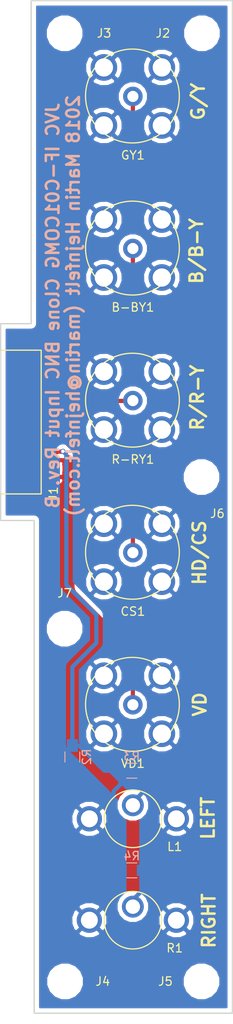
<source format=kicad_pcb>
(kicad_pcb (version 4) (host pcbnew 4.0.7-e2-6376~61~ubuntu18.04.1)

  (general
    (links 41)
    (no_connects 0)
    (area 132.558999 51.740999 160.349001 173.0674)
    (thickness 1.6)
    (drawings 17)
    (tracks 46)
    (zones 0)
    (modules 17)
    (nets 10)
  )

  (page A4)
  (layers
    (0 F.Cu signal)
    (31 B.Cu signal)
    (32 B.Adhes user)
    (33 F.Adhes user)
    (34 B.Paste user)
    (35 F.Paste user)
    (36 B.SilkS user)
    (37 F.SilkS user)
    (38 B.Mask user)
    (39 F.Mask user)
    (40 Dwgs.User user)
    (41 Cmts.User user)
    (42 Eco1.User user)
    (43 Eco2.User user)
    (44 Edge.Cuts user)
    (45 Margin user)
    (46 B.CrtYd user)
    (47 F.CrtYd user)
    (48 B.Fab user)
    (49 F.Fab user)
  )

  (setup
    (last_trace_width 0.25)
    (user_trace_width 0.5)
    (trace_clearance 0.2)
    (zone_clearance 0.508)
    (zone_45_only no)
    (trace_min 0.2)
    (segment_width 0.2)
    (edge_width 0.15)
    (via_size 0.6)
    (via_drill 0.4)
    (via_min_size 0.4)
    (via_min_drill 0.3)
    (uvia_size 0.3)
    (uvia_drill 0.1)
    (uvias_allowed no)
    (uvia_min_size 0.2)
    (uvia_min_drill 0.1)
    (pcb_text_width 0.3)
    (pcb_text_size 1.5 1.5)
    (mod_edge_width 0.15)
    (mod_text_size 1 1)
    (mod_text_width 0.15)
    (pad_size 1.524 1.524)
    (pad_drill 0.762)
    (pad_to_mask_clearance 0.2)
    (aux_axis_origin 0 0)
    (visible_elements FFFFFF7F)
    (pcbplotparams
      (layerselection 0x00030_80000001)
      (usegerberextensions false)
      (excludeedgelayer true)
      (linewidth 0.100000)
      (plotframeref false)
      (viasonmask false)
      (mode 1)
      (useauxorigin false)
      (hpglpennumber 1)
      (hpglpenspeed 20)
      (hpglpendiameter 15)
      (hpglpenoverlay 2)
      (psnegative false)
      (psa4output false)
      (plotreference true)
      (plotvalue true)
      (plotinvisibletext false)
      (padsonsilk false)
      (subtractmaskfromsilk false)
      (outputformat 1)
      (mirror false)
      (drillshape 1)
      (scaleselection 1)
      (outputdirectory ""))
  )

  (net 0 "")
  (net 1 GND)
  (net 2 /B-BY)
  (net 3 /HD-CS)
  (net 4 /G-Y)
  (net 5 /R-RY)
  (net 6 /VD)
  (net 7 /AUDIO)
  (net 8 "Net-(L1-Pad1)")
  (net 9 "Net-(R1-Pad1)")

  (net_class Default "This is the default net class."
    (clearance 0.2)
    (trace_width 0.25)
    (via_dia 0.6)
    (via_drill 0.4)
    (uvia_dia 0.3)
    (uvia_drill 0.1)
    (add_net /AUDIO)
    (add_net /B-BY)
    (add_net /G-Y)
    (add_net /HD-CS)
    (add_net /R-RY)
    (add_net /VD)
    (add_net GND)
    (add_net "Net-(L1-Pad1)")
    (add_net "Net-(R1-Pad1)")
  )

  (module RCA:RCJ-02 (layer F.Cu) (tedit 5AE60EEB) (tstamp 5AE602BA)
    (at 148.4884 146.9644)
    (path /5AE5F753)
    (fp_text reference L1 (at 4.95 4.9) (layer F.SilkS)
      (effects (font (size 1 1) (thickness 0.15)))
    )
    (fp_text value Conn_Coaxial (at -4.15 -2.25) (layer F.Fab)
      (effects (font (size 1 1) (thickness 0.15)))
    )
    (fp_circle (center 0 1.6) (end 0 5) (layer F.SilkS) (width 0.15))
    (pad 2 thru_hole circle (at -5.15 1.6) (size 3 3) (drill 2) (layers *.Cu *.Mask)
      (net 1 GND))
    (pad 2 thru_hole circle (at 5.15 1.6) (size 3 3) (drill 2) (layers *.Cu *.Mask)
      (net 1 GND))
    (pad 1 thru_hole circle (at 0 0) (size 2.6 2.6) (drill 1.7) (layers *.Cu *.Mask)
      (net 8 "Net-(L1-Pad1)"))
  )

  (module Molex_FPC:52852-1472 (layer F.Cu) (tedit 5AE60F8B) (tstamp 5AE602B3)
    (at 138.684 95.1484 270)
    (path /5AE5F372)
    (fp_text reference J1 (at 14.986 -0.4064 270) (layer F.SilkS)
      (effects (font (size 1 1) (thickness 0.15)))
    )
    (fp_text value Conn_01x14 (at 6.45 3.5 270) (layer F.Fab)
      (effects (font (size 1 1) (thickness 0.15)))
    )
    (fp_line (start -2 1.05) (end -2 5.85) (layer F.SilkS) (width 0.15))
    (fp_line (start -2 5.85) (end 15 5.85) (layer F.SilkS) (width 0.15))
    (fp_line (start 15 5.85) (end 15 1.05) (layer F.SilkS) (width 0.15))
    (fp_line (start -2 1.05) (end 15 1.05) (layer F.SilkS) (width 0.15))
    (pad "" smd rect (at 16.15 2.35 270) (size 2.1 2.8) (layers F.Cu F.Paste F.Mask))
    (pad 1 smd rect (at 0 0 270) (size 0.6 1.9) (layers F.Cu F.Paste F.Mask)
      (net 4 /G-Y))
    (pad 2 smd rect (at 1 0 270) (size 0.6 1.9) (layers F.Cu F.Paste F.Mask)
      (net 1 GND))
    (pad 3 smd rect (at 2 0 270) (size 0.6 1.9) (layers F.Cu F.Paste F.Mask)
      (net 2 /B-BY))
    (pad 4 smd rect (at 3 0 270) (size 0.6 1.9) (layers F.Cu F.Paste F.Mask)
      (net 1 GND))
    (pad 5 smd rect (at 4 0 270) (size 0.6 1.9) (layers F.Cu F.Paste F.Mask)
      (net 5 /R-RY))
    (pad 6 smd rect (at 5 0 270) (size 0.6 1.9) (layers F.Cu F.Paste F.Mask)
      (net 1 GND))
    (pad 7 smd rect (at 6 0 270) (size 0.6 1.9) (layers F.Cu F.Paste F.Mask)
      (net 3 /HD-CS))
    (pad 8 smd rect (at 7 0 270) (size 0.6 1.9) (layers F.Cu F.Paste F.Mask)
      (net 1 GND))
    (pad 9 smd rect (at 8 0 270) (size 0.6 1.9) (layers F.Cu F.Paste F.Mask)
      (net 6 /VD))
    (pad 10 smd rect (at 9 0 270) (size 0.6 1.9) (layers F.Cu F.Paste F.Mask)
      (net 1 GND))
    (pad 11 smd rect (at 10 0 270) (size 0.6 1.9) (layers F.Cu F.Paste F.Mask)
      (net 7 /AUDIO))
    (pad 12 smd rect (at 11 0 270) (size 0.6 1.9) (layers F.Cu F.Paste F.Mask)
      (net 1 GND))
    (pad 13 smd rect (at 12 0 270) (size 0.6 1.9) (layers F.Cu F.Paste F.Mask))
    (pad 14 smd rect (at 13 0 270) (size 0.6 1.9) (layers F.Cu F.Paste F.Mask)
      (net 1 GND))
    (pad "" smd rect (at -3.15 2.35 270) (size 2.1 2.8) (layers F.Cu F.Paste F.Mask))
  )

  (module Molex_BNC:73171-1900 (layer F.Cu) (tedit 5AE6029D) (tstamp 5AE602D3)
    (at 148.4884 135.0772)
    (path /5AE5F326)
    (fp_text reference VD1 (at 0 6.95) (layer F.SilkS)
      (effects (font (size 1 1) (thickness 0.15)))
    )
    (fp_text value Conn_Coaxial (at 0 -6.25) (layer F.Fab)
      (effects (font (size 1 1) (thickness 0.15)))
    )
    (fp_circle (center -0.05 -0.05) (end 5.5 0) (layer F.SilkS) (width 0.15))
    (pad 2 thru_hole circle (at -3.43 3.43) (size 3.16 3.16) (drill 2.16) (layers *.Cu *.Mask)
      (net 1 GND))
    (pad 2 thru_hole circle (at 3.43 3.43) (size 3.16 3.16) (drill 2.16) (layers *.Cu *.Mask)
      (net 1 GND))
    (pad 2 thru_hole circle (at 3.43 -3.43) (size 3.16 3.16) (drill 2.16) (layers *.Cu *.Mask)
      (net 1 GND))
    (pad 1 thru_hole circle (at 0 0) (size 2.32 2.32) (drill 1.32) (layers *.Cu *.Mask)
      (net 6 /VD))
    (pad 2 thru_hole circle (at -3.43 -3.43) (size 3.16 3.16) (drill 2.16) (layers *.Cu *.Mask)
      (net 1 GND))
  )

  (module Molex_BNC:73171-1900 (layer F.Cu) (tedit 5AE6029D) (tstamp 5AE602C3)
    (at 148.4884 99.1108)
    (path /5AE5F283)
    (fp_text reference R-RY1 (at 0 6.95) (layer F.SilkS)
      (effects (font (size 1 1) (thickness 0.15)))
    )
    (fp_text value Conn_Coaxial (at 0 -6.25) (layer F.Fab)
      (effects (font (size 1 1) (thickness 0.15)))
    )
    (fp_circle (center -0.05 -0.05) (end 5.5 0) (layer F.SilkS) (width 0.15))
    (pad 2 thru_hole circle (at -3.43 3.43) (size 3.16 3.16) (drill 2.16) (layers *.Cu *.Mask)
      (net 1 GND))
    (pad 2 thru_hole circle (at 3.43 3.43) (size 3.16 3.16) (drill 2.16) (layers *.Cu *.Mask)
      (net 1 GND))
    (pad 2 thru_hole circle (at 3.43 -3.43) (size 3.16 3.16) (drill 2.16) (layers *.Cu *.Mask)
      (net 1 GND))
    (pad 1 thru_hole circle (at 0 0) (size 2.32 2.32) (drill 1.32) (layers *.Cu *.Mask)
      (net 5 /R-RY))
    (pad 2 thru_hole circle (at -3.43 -3.43) (size 3.16 3.16) (drill 2.16) (layers *.Cu *.Mask)
      (net 1 GND))
  )

  (module Molex_BNC:73171-1900 (layer F.Cu) (tedit 5AE6029D) (tstamp 5AE6029F)
    (at 148.4884 63.1444)
    (path /5AE5E4B8)
    (fp_text reference GY1 (at 0 6.95) (layer F.SilkS)
      (effects (font (size 1 1) (thickness 0.15)))
    )
    (fp_text value Conn_Coaxial (at 0 -6.25) (layer F.Fab)
      (effects (font (size 1 1) (thickness 0.15)))
    )
    (fp_circle (center -0.05 -0.05) (end 5.5 0) (layer F.SilkS) (width 0.15))
    (pad 2 thru_hole circle (at -3.43 3.43) (size 3.16 3.16) (drill 2.16) (layers *.Cu *.Mask)
      (net 1 GND))
    (pad 2 thru_hole circle (at 3.43 3.43) (size 3.16 3.16) (drill 2.16) (layers *.Cu *.Mask)
      (net 1 GND))
    (pad 2 thru_hole circle (at 3.43 -3.43) (size 3.16 3.16) (drill 2.16) (layers *.Cu *.Mask)
      (net 1 GND))
    (pad 1 thru_hole circle (at 0 0) (size 2.32 2.32) (drill 1.32) (layers *.Cu *.Mask)
      (net 4 /G-Y))
    (pad 2 thru_hole circle (at -3.43 -3.43) (size 3.16 3.16) (drill 2.16) (layers *.Cu *.Mask)
      (net 1 GND))
  )

  (module Molex_BNC:73171-1900 (layer F.Cu) (tedit 5AE6029D) (tstamp 5AE60296)
    (at 148.4884 117.094)
    (path /5AE5F2D8)
    (fp_text reference CS1 (at 0 6.95) (layer F.SilkS)
      (effects (font (size 1 1) (thickness 0.15)))
    )
    (fp_text value Conn_Coaxial (at 0 -6.25) (layer F.Fab)
      (effects (font (size 1 1) (thickness 0.15)))
    )
    (fp_circle (center -0.05 -0.05) (end 5.5 0) (layer F.SilkS) (width 0.15))
    (pad 2 thru_hole circle (at -3.43 3.43) (size 3.16 3.16) (drill 2.16) (layers *.Cu *.Mask)
      (net 1 GND))
    (pad 2 thru_hole circle (at 3.43 3.43) (size 3.16 3.16) (drill 2.16) (layers *.Cu *.Mask)
      (net 1 GND))
    (pad 2 thru_hole circle (at 3.43 -3.43) (size 3.16 3.16) (drill 2.16) (layers *.Cu *.Mask)
      (net 1 GND))
    (pad 1 thru_hole circle (at 0 0) (size 2.32 2.32) (drill 1.32) (layers *.Cu *.Mask)
      (net 3 /HD-CS))
    (pad 2 thru_hole circle (at -3.43 -3.43) (size 3.16 3.16) (drill 2.16) (layers *.Cu *.Mask)
      (net 1 GND))
  )

  (module Molex_BNC:73171-1900 (layer F.Cu) (tedit 5AE6029D) (tstamp 5AE6028D)
    (at 148.4884 81.1276)
    (path /5AE5F1FD)
    (fp_text reference B-BY1 (at 0 6.95) (layer F.SilkS)
      (effects (font (size 1 1) (thickness 0.15)))
    )
    (fp_text value Conn_Coaxial (at 0 -6.25) (layer F.Fab)
      (effects (font (size 1 1) (thickness 0.15)))
    )
    (fp_circle (center -0.05 -0.05) (end 5.5 0) (layer F.SilkS) (width 0.15))
    (pad 2 thru_hole circle (at -3.43 3.43) (size 3.16 3.16) (drill 2.16) (layers *.Cu *.Mask)
      (net 1 GND))
    (pad 2 thru_hole circle (at 3.43 3.43) (size 3.16 3.16) (drill 2.16) (layers *.Cu *.Mask)
      (net 1 GND))
    (pad 2 thru_hole circle (at 3.43 -3.43) (size 3.16 3.16) (drill 2.16) (layers *.Cu *.Mask)
      (net 1 GND))
    (pad 1 thru_hole circle (at 0 0) (size 2.32 2.32) (drill 1.32) (layers *.Cu *.Mask)
      (net 2 /B-BY))
    (pad 2 thru_hole circle (at -3.43 -3.43) (size 3.16 3.16) (drill 2.16) (layers *.Cu *.Mask)
      (net 1 GND))
  )

  (module Mounting_Holes:MountingHole_3.2mm_M3 (layer F.Cu) (tedit 5AE61870) (tstamp 5AE6089A)
    (at 156.6672 55.6768)
    (descr "Mounting Hole 3.2mm, no annular, M3")
    (tags "mounting hole 3.2mm no annular m3")
    (path /5AE608A6)
    (fp_text reference J2 (at -4.6228 0) (layer F.SilkS)
      (effects (font (size 1 1) (thickness 0.15)))
    )
    (fp_text value TEST_1P (at 0 4.2) (layer F.Fab)
      (effects (font (size 1 1) (thickness 0.15)))
    )
    (fp_circle (center 0 0) (end 3.2 0) (layer Cmts.User) (width 0.15))
    (fp_circle (center 0 0) (end 3.45 0) (layer F.CrtYd) (width 0.05))
    (pad 1 np_thru_hole circle (at 0 0) (size 3.2 3.2) (drill 3.2) (layers *.Cu *.Mask))
  )

  (module Mounting_Holes:MountingHole_3.2mm_M3 (layer F.Cu) (tedit 5AE6186B) (tstamp 5AE6089F)
    (at 140.4112 55.6768)
    (descr "Mounting Hole 3.2mm, no annular, M3")
    (tags "mounting hole 3.2mm no annular m3")
    (path /5AE6092E)
    (fp_text reference J3 (at 4.6736 0) (layer F.SilkS)
      (effects (font (size 1 1) (thickness 0.15)))
    )
    (fp_text value TEST_1P (at 0 4.2) (layer F.Fab)
      (effects (font (size 1 1) (thickness 0.15)))
    )
    (fp_circle (center 0 0) (end 3.2 0) (layer Cmts.User) (width 0.15))
    (fp_circle (center 0 0) (end 3.45 0) (layer F.CrtYd) (width 0.05))
    (pad 1 np_thru_hole circle (at 0 0) (size 3.2 3.2) (drill 3.2) (layers *.Cu *.Mask))
  )

  (module Mounting_Holes:MountingHole_3.2mm_M3 (layer F.Cu) (tedit 5AE6187A) (tstamp 5AE608A4)
    (at 140.462 167.7924)
    (descr "Mounting Hole 3.2mm, no annular, M3")
    (tags "mounting hole 3.2mm no annular m3")
    (path /5AE60982)
    (fp_text reference J4 (at 4.4704 0) (layer F.SilkS)
      (effects (font (size 1 1) (thickness 0.15)))
    )
    (fp_text value TEST_1P (at 0 4.2) (layer F.Fab)
      (effects (font (size 1 1) (thickness 0.15)))
    )
    (fp_circle (center 0 0) (end 3.2 0) (layer Cmts.User) (width 0.15))
    (fp_circle (center 0 0) (end 3.45 0) (layer F.CrtYd) (width 0.05))
    (pad 1 np_thru_hole circle (at 0 0) (size 3.2 3.2) (drill 3.2) (layers *.Cu *.Mask))
  )

  (module Mounting_Holes:MountingHole_3.2mm_M3 (layer F.Cu) (tedit 5AE6187C) (tstamp 5AE608A9)
    (at 156.6164 167.7924)
    (descr "Mounting Hole 3.2mm, no annular, M3")
    (tags "mounting hole 3.2mm no annular m3")
    (path /5AE609CF)
    (fp_text reference J5 (at -4.2672 0 180) (layer F.SilkS)
      (effects (font (size 1 1) (thickness 0.15)))
    )
    (fp_text value TEST_1P (at 0 4.2) (layer F.Fab)
      (effects (font (size 1 1) (thickness 0.15)))
    )
    (fp_circle (center 0 0) (end 3.2 0) (layer Cmts.User) (width 0.15))
    (fp_circle (center 0 0) (end 3.45 0) (layer F.CrtYd) (width 0.05))
    (pad 1 np_thru_hole circle (at 0 0) (size 3.2 3.2) (drill 3.2) (layers *.Cu *.Mask))
  )

  (module Mounting_Holes:MountingHole_3.2mm_M3 (layer F.Cu) (tedit 5AE60FC8) (tstamp 5AE608AE)
    (at 156.6164 108.1532)
    (descr "Mounting Hole 3.2mm, no annular, M3")
    (tags "mounting hole 3.2mm no annular m3")
    (path /5AE60AF5)
    (fp_text reference J6 (at 1.8796 4.318) (layer F.SilkS)
      (effects (font (size 1 1) (thickness 0.15)))
    )
    (fp_text value TEST_1P (at 0 4.2) (layer F.Fab)
      (effects (font (size 1 1) (thickness 0.15)))
    )
    (fp_circle (center 0 0) (end 3.2 0) (layer Cmts.User) (width 0.15))
    (fp_circle (center 0 0) (end 3.45 0) (layer F.CrtYd) (width 0.05))
    (pad 1 np_thru_hole circle (at 0 0) (size 3.2 3.2) (drill 3.2) (layers *.Cu *.Mask))
  )

  (module Mounting_Holes:MountingHole_3.2mm_M3 (layer F.Cu) (tedit 56D1B4CB) (tstamp 5AE608B3)
    (at 140.4112 126.0856)
    (descr "Mounting Hole 3.2mm, no annular, M3")
    (tags "mounting hole 3.2mm no annular m3")
    (path /5AE60DBC)
    (fp_text reference J7 (at 0 -4.2) (layer F.SilkS)
      (effects (font (size 1 1) (thickness 0.15)))
    )
    (fp_text value TEST_1P (at 0 4.2) (layer F.Fab)
      (effects (font (size 1 1) (thickness 0.15)))
    )
    (fp_circle (center 0 0) (end 3.2 0) (layer Cmts.User) (width 0.15))
    (fp_circle (center 0 0) (end 3.45 0) (layer F.CrtYd) (width 0.05))
    (pad 1 np_thru_hole circle (at 0 0) (size 3.2 3.2) (drill 3.2) (layers *.Cu *.Mask))
  )

  (module RCA:RCJ-02 (layer F.Cu) (tedit 5AE60EEB) (tstamp 5AE602CA)
    (at 148.4884 158.9532)
    (path /5AE5F7AB)
    (fp_text reference R1 (at 4.95 4.9) (layer F.SilkS)
      (effects (font (size 1 1) (thickness 0.15)))
    )
    (fp_text value Conn_Coaxial (at -4.15 -2.25) (layer F.Fab)
      (effects (font (size 1 1) (thickness 0.15)))
    )
    (fp_circle (center 0 1.6) (end 0 5) (layer F.SilkS) (width 0.15))
    (pad 2 thru_hole circle (at -5.15 1.6) (size 3 3) (drill 2) (layers *.Cu *.Mask)
      (net 1 GND))
    (pad 2 thru_hole circle (at 5.15 1.6) (size 3 3) (drill 2) (layers *.Cu *.Mask)
      (net 1 GND))
    (pad 1 thru_hole circle (at 0 0) (size 2.6 2.6) (drill 1.7) (layers *.Cu *.Mask)
      (net 9 "Net-(R1-Pad1)"))
  )

  (module Resistors_SMD:R_0805_HandSoldering (layer B.Cu) (tedit 58E0A804) (tstamp 5AF896F6)
    (at 141.3256 141.2494 90)
    (descr "Resistor SMD 0805, hand soldering")
    (tags "resistor 0805")
    (path /5AF8981F)
    (attr smd)
    (fp_text reference R2 (at 0 1.7 90) (layer B.SilkS)
      (effects (font (size 1 1) (thickness 0.15)) (justify mirror))
    )
    (fp_text value 20K (at 0 -1.75 90) (layer B.Fab)
      (effects (font (size 1 1) (thickness 0.15)) (justify mirror))
    )
    (fp_text user %R (at 0 0 90) (layer B.Fab)
      (effects (font (size 0.5 0.5) (thickness 0.075)) (justify mirror))
    )
    (fp_line (start -1 -0.62) (end -1 0.62) (layer B.Fab) (width 0.1))
    (fp_line (start 1 -0.62) (end -1 -0.62) (layer B.Fab) (width 0.1))
    (fp_line (start 1 0.62) (end 1 -0.62) (layer B.Fab) (width 0.1))
    (fp_line (start -1 0.62) (end 1 0.62) (layer B.Fab) (width 0.1))
    (fp_line (start 0.6 -0.88) (end -0.6 -0.88) (layer B.SilkS) (width 0.12))
    (fp_line (start -0.6 0.88) (end 0.6 0.88) (layer B.SilkS) (width 0.12))
    (fp_line (start -2.35 0.9) (end 2.35 0.9) (layer B.CrtYd) (width 0.05))
    (fp_line (start -2.35 0.9) (end -2.35 -0.9) (layer B.CrtYd) (width 0.05))
    (fp_line (start 2.35 -0.9) (end 2.35 0.9) (layer B.CrtYd) (width 0.05))
    (fp_line (start 2.35 -0.9) (end -2.35 -0.9) (layer B.CrtYd) (width 0.05))
    (pad 1 smd rect (at -1.35 0 90) (size 1.5 1.3) (layers B.Cu B.Paste B.Mask)
      (net 1 GND))
    (pad 2 smd rect (at 1.35 0 90) (size 1.5 1.3) (layers B.Cu B.Paste B.Mask)
      (net 7 /AUDIO))
    (model ${KISYS3DMOD}/Resistors_SMD.3dshapes/R_0805.wrl
      (at (xyz 0 0 0))
      (scale (xyz 1 1 1))
      (rotate (xyz 0 0 0))
    )
  )

  (module Resistors_SMD:R_0805_HandSoldering (layer B.Cu) (tedit 58E0A804) (tstamp 5AF896FC)
    (at 148.3614 142.875 180)
    (descr "Resistor SMD 0805, hand soldering")
    (tags "resistor 0805")
    (path /5AF89741)
    (attr smd)
    (fp_text reference R3 (at 0 1.7 180) (layer B.SilkS)
      (effects (font (size 1 1) (thickness 0.15)) (justify mirror))
    )
    (fp_text value 475R (at 0 -1.75 180) (layer B.Fab)
      (effects (font (size 1 1) (thickness 0.15)) (justify mirror))
    )
    (fp_text user %R (at 0 0 180) (layer B.Fab)
      (effects (font (size 0.5 0.5) (thickness 0.075)) (justify mirror))
    )
    (fp_line (start -1 -0.62) (end -1 0.62) (layer B.Fab) (width 0.1))
    (fp_line (start 1 -0.62) (end -1 -0.62) (layer B.Fab) (width 0.1))
    (fp_line (start 1 0.62) (end 1 -0.62) (layer B.Fab) (width 0.1))
    (fp_line (start -1 0.62) (end 1 0.62) (layer B.Fab) (width 0.1))
    (fp_line (start 0.6 -0.88) (end -0.6 -0.88) (layer B.SilkS) (width 0.12))
    (fp_line (start -0.6 0.88) (end 0.6 0.88) (layer B.SilkS) (width 0.12))
    (fp_line (start -2.35 0.9) (end 2.35 0.9) (layer B.CrtYd) (width 0.05))
    (fp_line (start -2.35 0.9) (end -2.35 -0.9) (layer B.CrtYd) (width 0.05))
    (fp_line (start 2.35 -0.9) (end 2.35 0.9) (layer B.CrtYd) (width 0.05))
    (fp_line (start 2.35 -0.9) (end -2.35 -0.9) (layer B.CrtYd) (width 0.05))
    (pad 1 smd rect (at -1.35 0 180) (size 1.5 1.3) (layers B.Cu B.Paste B.Mask)
      (net 8 "Net-(L1-Pad1)"))
    (pad 2 smd rect (at 1.35 0 180) (size 1.5 1.3) (layers B.Cu B.Paste B.Mask)
      (net 7 /AUDIO))
    (model ${KISYS3DMOD}/Resistors_SMD.3dshapes/R_0805.wrl
      (at (xyz 0 0 0))
      (scale (xyz 1 1 1))
      (rotate (xyz 0 0 0))
    )
  )

  (module Resistors_SMD:R_0805_HandSoldering (layer B.Cu) (tedit 58E0A804) (tstamp 5AF89702)
    (at 148.3614 154.6606 180)
    (descr "Resistor SMD 0805, hand soldering")
    (tags "resistor 0805")
    (path /5AF897BD)
    (attr smd)
    (fp_text reference R4 (at 0 1.7 180) (layer B.SilkS)
      (effects (font (size 1 1) (thickness 0.15)) (justify mirror))
    )
    (fp_text value 475R (at 0 -1.75 180) (layer B.Fab)
      (effects (font (size 1 1) (thickness 0.15)) (justify mirror))
    )
    (fp_text user %R (at 0 0 180) (layer B.Fab)
      (effects (font (size 0.5 0.5) (thickness 0.075)) (justify mirror))
    )
    (fp_line (start -1 -0.62) (end -1 0.62) (layer B.Fab) (width 0.1))
    (fp_line (start 1 -0.62) (end -1 -0.62) (layer B.Fab) (width 0.1))
    (fp_line (start 1 0.62) (end 1 -0.62) (layer B.Fab) (width 0.1))
    (fp_line (start -1 0.62) (end 1 0.62) (layer B.Fab) (width 0.1))
    (fp_line (start 0.6 -0.88) (end -0.6 -0.88) (layer B.SilkS) (width 0.12))
    (fp_line (start -0.6 0.88) (end 0.6 0.88) (layer B.SilkS) (width 0.12))
    (fp_line (start -2.35 0.9) (end 2.35 0.9) (layer B.CrtYd) (width 0.05))
    (fp_line (start -2.35 0.9) (end -2.35 -0.9) (layer B.CrtYd) (width 0.05))
    (fp_line (start 2.35 -0.9) (end 2.35 0.9) (layer B.CrtYd) (width 0.05))
    (fp_line (start 2.35 -0.9) (end -2.35 -0.9) (layer B.CrtYd) (width 0.05))
    (pad 1 smd rect (at -1.35 0 180) (size 1.5 1.3) (layers B.Cu B.Paste B.Mask)
      (net 9 "Net-(R1-Pad1)"))
    (pad 2 smd rect (at 1.35 0 180) (size 1.5 1.3) (layers B.Cu B.Paste B.Mask)
      (net 7 /AUDIO))
    (model ${KISYS3DMOD}/Resistors_SMD.3dshapes/R_0805.wrl
      (at (xyz 0 0 0))
      (scale (xyz 1 1 1))
      (rotate (xyz 0 0 0))
    )
  )

  (gr_line (start 136.4488 51.816) (end 136.4488 90.0176) (angle 90) (layer Edge.Cuts) (width 0.15))
  (gr_line (start 160.274 51.816) (end 136.4488 51.816) (angle 90) (layer Edge.Cuts) (width 0.15))
  (gr_line (start 160.274 171.5516) (end 160.274 51.816) (angle 90) (layer Edge.Cuts) (width 0.15))
  (gr_line (start 160.2232 171.5516) (end 160.274 171.5516) (angle 90) (layer Edge.Cuts) (width 0.15))
  (gr_line (start 136.8044 171.5516) (end 160.2232 171.5516) (angle 90) (layer Edge.Cuts) (width 0.15))
  (gr_line (start 136.8044 113.284) (end 136.8044 171.5516) (angle 90) (layer Edge.Cuts) (width 0.15))
  (gr_text "JVC IF-C01COMG Clone BNC Input Rev. B\n2018 Martin Hejnfelt (martin@hejnfelt.com)" (at 140.208 87.884 90) (layer B.SilkS)
    (effects (font (size 1.5 1.5) (thickness 0.3)) (justify mirror))
  )
  (gr_text RIGHT (at 157.48 160.6296 90) (layer F.SilkS)
    (effects (font (size 1.5 1.5) (thickness 0.3)))
  )
  (gr_text LEFT (at 157.3784 148.4884 90) (layer F.SilkS)
    (effects (font (size 1.5 1.5) (thickness 0.3)))
  )
  (gr_text VD (at 156.4132 135.0264 90) (layer F.SilkS)
    (effects (font (size 1.5 1.5) (thickness 0.3)))
  )
  (gr_text HD/CS (at 156.3624 117.094 90) (layer F.SilkS)
    (effects (font (size 1.5 1.5) (thickness 0.3)))
  )
  (gr_text R/R-Y (at 156.1084 98.7552 90) (layer F.SilkS)
    (effects (font (size 1.5 1.5) (thickness 0.3)))
  )
  (gr_text B/B-Y (at 156.0068 81.4324 90) (layer F.SilkS)
    (effects (font (size 1.5 1.5) (thickness 0.3)))
  )
  (gr_text G/Y (at 156.21 63.754 90) (layer F.SilkS)
    (effects (font (size 1.5 1.5) (thickness 0.3)))
  )
  (gr_line (start 132.842 90.0176) (end 132.842 113.284) (angle 90) (layer Edge.Cuts) (width 0.15))
  (gr_line (start 136.4488 90.0176) (end 132.842 90.0176) (angle 90) (layer Edge.Cuts) (width 0.15))
  (gr_line (start 136.8044 113.284) (end 132.842 113.284) (angle 90) (layer Edge.Cuts) (width 0.15))

  (segment (start 138.684 97.1484) (end 140.6972 97.1484) (width 0.5) (layer F.Cu) (net 2))
  (segment (start 148.4884 86.2584) (end 148.4884 81.1276) (width 0.5) (layer F.Cu) (net 2) (tstamp 5AE617F8))
  (segment (start 141.986 92.7608) (end 148.4884 86.2584) (width 0.5) (layer F.Cu) (net 2) (tstamp 5AE617F6))
  (segment (start 141.986 95.8596) (end 141.986 92.7608) (width 0.5) (layer F.Cu) (net 2) (tstamp 5AE617F4))
  (segment (start 140.6972 97.1484) (end 141.986 95.8596) (width 0.5) (layer F.Cu) (net 2) (tstamp 5AE617F3))
  (segment (start 138.684 101.1484) (end 140.2644 101.1484) (width 0.5) (layer F.Cu) (net 3))
  (segment (start 148.4884 110.49) (end 148.4884 117.094) (width 0.5) (layer F.Cu) (net 3) (tstamp 5AE61812))
  (segment (start 143.4592 105.4608) (end 148.4884 110.49) (width 0.5) (layer F.Cu) (net 3) (tstamp 5AE61810))
  (segment (start 143.4592 104.3432) (end 143.4592 105.4608) (width 0.5) (layer F.Cu) (net 3) (tstamp 5AE6180F))
  (segment (start 140.2644 101.1484) (end 143.4592 104.3432) (width 0.5) (layer F.Cu) (net 3) (tstamp 5AE6180D))
  (segment (start 138.684 95.1484) (end 138.684 78.232) (width 0.5) (layer F.Cu) (net 4))
  (segment (start 148.4884 68.4276) (end 148.4884 63.1444) (width 0.5) (layer F.Cu) (net 4) (tstamp 5AE61803))
  (segment (start 138.684 78.232) (end 148.4884 68.4276) (width 0.5) (layer F.Cu) (net 4) (tstamp 5AE617FD))
  (segment (start 138.684 99.1484) (end 148.4508 99.1484) (width 0.5) (layer F.Cu) (net 5))
  (segment (start 148.4508 99.1484) (end 148.4884 99.1108) (width 0.5) (layer F.Cu) (net 5) (tstamp 5AE617EC))
  (segment (start 148.4508 99.1484) (end 148.4884 99.1108) (width 0.25) (layer F.Cu) (net 5) (tstamp 5AE6048D))
  (segment (start 138.684 103.1484) (end 139.6736 103.1484) (width 0.5) (layer F.Cu) (net 6))
  (segment (start 148.4884 127.3048) (end 148.4884 135.0772) (width 0.5) (layer F.Cu) (net 6) (tstamp 5AE61C7C))
  (segment (start 142.3416 121.158) (end 148.4884 127.3048) (width 0.5) (layer F.Cu) (net 6) (tstamp 5AE61C79))
  (segment (start 142.3416 105.8164) (end 142.3416 121.158) (width 0.5) (layer F.Cu) (net 6) (tstamp 5AE61C74))
  (segment (start 139.6736 103.1484) (end 142.3416 105.8164) (width 0.5) (layer F.Cu) (net 6) (tstamp 5AE61C70))
  (segment (start 147.0114 142.875) (end 147.0114 144.5044) (width 0.5) (layer B.Cu) (net 7))
  (segment (start 147.0114 153.2852) (end 147.0114 154.6606) (width 0.5) (layer B.Cu) (net 7) (tstamp 5AF898C9))
  (segment (start 146.2024 152.4762) (end 147.0114 153.2852) (width 0.5) (layer B.Cu) (net 7) (tstamp 5AF898C8))
  (segment (start 146.2024 145.3134) (end 146.2024 152.4762) (width 0.5) (layer B.Cu) (net 7) (tstamp 5AF898C7))
  (segment (start 147.0114 144.5044) (end 146.2024 145.3134) (width 0.5) (layer B.Cu) (net 7) (tstamp 5AF898C6))
  (segment (start 141.3256 139.8994) (end 142.1346 139.8994) (width 0.5) (layer B.Cu) (net 7))
  (segment (start 145.1102 142.875) (end 147.0114 142.875) (width 0.5) (layer B.Cu) (net 7) (tstamp 5AF898BF))
  (segment (start 142.1346 139.8994) (end 145.1102 142.875) (width 0.5) (layer B.Cu) (net 7) (tstamp 5AF898BE))
  (segment (start 138.684 105.1484) (end 140.1648 105.1484) (width 0.5) (layer F.Cu) (net 7))
  (via (at 140.208 105.1052) (size 0.6) (drill 0.4) (layers F.Cu B.Cu) (net 7))
  (segment (start 140.1648 105.1484) (end 140.208 105.1052) (width 0.5) (layer F.Cu) (net 7) (tstamp 5AE6183B))
  (segment (start 140.208 105.1052) (end 140.6144 105.5116) (width 0.5) (layer B.Cu) (net 7) (tstamp 5AE6183D))
  (segment (start 140.6144 105.5116) (end 140.6144 120.904) (width 0.5) (layer B.Cu) (net 7) (tstamp 5AE6183E))
  (segment (start 140.6144 120.904) (end 144.1704 124.46) (width 0.5) (layer B.Cu) (net 7) (tstamp 5AE61845))
  (segment (start 144.1704 124.46) (end 144.1704 127.762) (width 0.5) (layer B.Cu) (net 7) (tstamp 5AE6184F))
  (segment (start 144.1704 127.762) (end 141.3256 130.6068) (width 0.5) (layer B.Cu) (net 7) (tstamp 5AE61851))
  (segment (start 141.3256 130.6068) (end 141.3256 139.8016) (width 0.5) (layer B.Cu) (net 7) (tstamp 5AE61853))
  (segment (start 148.4884 146.9644) (end 148.4884 146.6088) (width 0.5) (layer B.Cu) (net 8))
  (segment (start 148.4884 146.6088) (end 149.7114 145.3858) (width 0.5) (layer B.Cu) (net 8) (tstamp 5AF898C2))
  (segment (start 149.7114 145.3858) (end 149.7114 142.875) (width 0.5) (layer B.Cu) (net 8) (tstamp 5AF898C3))
  (segment (start 148.4884 146.9644) (end 148.4884 146.304) (width 0.25) (layer B.Cu) (net 8))
  (segment (start 148.4884 158.9532) (end 148.4884 158.1404) (width 0.5) (layer B.Cu) (net 9))
  (segment (start 148.4884 158.1404) (end 149.7114 156.9174) (width 0.5) (layer B.Cu) (net 9) (tstamp 5AF898CC))
  (segment (start 149.7114 156.9174) (end 149.7114 154.6606) (width 0.5) (layer B.Cu) (net 9) (tstamp 5AF898CD))
  (segment (start 148.4884 158.9532) (end 148.4884 158.242) (width 0.25) (layer B.Cu) (net 9))

  (zone (net 1) (net_name GND) (layer F.Cu) (tstamp 5AE60B29) (hatch edge 0.508)
    (connect_pads (clearance 0.508))
    (min_thickness 0.254)
    (fill yes (arc_segments 16) (thermal_gap 0.508) (thermal_bridge_width 0.508))
    (polygon
      (pts
        (xy 160.1216 171.3992) (xy 136.9568 171.3992) (xy 136.9568 113.1316) (xy 132.9944 113.1316) (xy 132.9944 90.17)
        (xy 136.6012 90.17) (xy 136.6012 51.9684) (xy 160.1216 51.9684)
      )
    )
    (filled_polygon
      (pts
        (xy 159.564 170.8416) (xy 137.5144 170.8416) (xy 137.5144 168.235019) (xy 138.226613 168.235019) (xy 138.566155 169.056772)
        (xy 139.194321 169.686036) (xy 140.015481 170.027011) (xy 140.904619 170.027787) (xy 141.726372 169.688245) (xy 142.355636 169.060079)
        (xy 142.696611 168.238919) (xy 142.696614 168.235019) (xy 154.381013 168.235019) (xy 154.720555 169.056772) (xy 155.348721 169.686036)
        (xy 156.169881 170.027011) (xy 157.059019 170.027787) (xy 157.880772 169.688245) (xy 158.510036 169.060079) (xy 158.851011 168.238919)
        (xy 158.851787 167.349781) (xy 158.512245 166.528028) (xy 157.884079 165.898764) (xy 157.062919 165.557789) (xy 156.173781 165.557013)
        (xy 155.352028 165.896555) (xy 154.722764 166.524721) (xy 154.381789 167.345881) (xy 154.381013 168.235019) (xy 142.696614 168.235019)
        (xy 142.697387 167.349781) (xy 142.357845 166.528028) (xy 141.729679 165.898764) (xy 140.908519 165.557789) (xy 140.019381 165.557013)
        (xy 139.197628 165.896555) (xy 138.568364 166.524721) (xy 138.227389 167.345881) (xy 138.226613 168.235019) (xy 137.5144 168.235019)
        (xy 137.5144 162.06717) (xy 142.004035 162.06717) (xy 142.163818 162.385939) (xy 142.954587 162.695923) (xy 143.803787 162.679697)
        (xy 144.512982 162.385939) (xy 144.672765 162.06717) (xy 152.304035 162.06717) (xy 152.463818 162.385939) (xy 153.254587 162.695923)
        (xy 154.103787 162.679697) (xy 154.812982 162.385939) (xy 154.972765 162.06717) (xy 153.6384 160.732805) (xy 152.304035 162.06717)
        (xy 144.672765 162.06717) (xy 143.3384 160.732805) (xy 142.004035 162.06717) (xy 137.5144 162.06717) (xy 137.5144 160.169387)
        (xy 141.195677 160.169387) (xy 141.211903 161.018587) (xy 141.505661 161.727782) (xy 141.82443 161.887565) (xy 143.158795 160.5532)
        (xy 143.518005 160.5532) (xy 144.85237 161.887565) (xy 145.171139 161.727782) (xy 145.481123 160.937013) (xy 145.464897 160.087813)
        (xy 145.171139 159.378618) (xy 145.086928 159.336407) (xy 146.553065 159.336407) (xy 146.84703 160.047858) (xy 147.390879 160.592657)
        (xy 148.101816 160.887863) (xy 148.871607 160.888535) (xy 149.583058 160.59457) (xy 150.008983 160.169387) (xy 151.495677 160.169387)
        (xy 151.511903 161.018587) (xy 151.805661 161.727782) (xy 152.12443 161.887565) (xy 153.458795 160.5532) (xy 153.818005 160.5532)
        (xy 155.15237 161.887565) (xy 155.471139 161.727782) (xy 155.781123 160.937013) (xy 155.764897 160.087813) (xy 155.471139 159.378618)
        (xy 155.15237 159.218835) (xy 153.818005 160.5532) (xy 153.458795 160.5532) (xy 152.12443 159.218835) (xy 151.805661 159.378618)
        (xy 151.495677 160.169387) (xy 150.008983 160.169387) (xy 150.127857 160.050721) (xy 150.423063 159.339784) (xy 150.423325 159.03923)
        (xy 152.304035 159.03923) (xy 153.6384 160.373595) (xy 154.972765 159.03923) (xy 154.812982 158.720461) (xy 154.022213 158.410477)
        (xy 153.173013 158.426703) (xy 152.463818 158.720461) (xy 152.304035 159.03923) (xy 150.423325 159.03923) (xy 150.423735 158.569993)
        (xy 150.12977 157.858542) (xy 149.585921 157.313743) (xy 148.874984 157.018537) (xy 148.105193 157.017865) (xy 147.393742 157.31183)
        (xy 146.848943 157.855679) (xy 146.553737 158.566616) (xy 146.553065 159.336407) (xy 145.086928 159.336407) (xy 144.85237 159.218835)
        (xy 143.518005 160.5532) (xy 143.158795 160.5532) (xy 141.82443 159.218835) (xy 141.505661 159.378618) (xy 141.195677 160.169387)
        (xy 137.5144 160.169387) (xy 137.5144 159.03923) (xy 142.004035 159.03923) (xy 143.3384 160.373595) (xy 144.672765 159.03923)
        (xy 144.512982 158.720461) (xy 143.722213 158.410477) (xy 142.873013 158.426703) (xy 142.163818 158.720461) (xy 142.004035 159.03923)
        (xy 137.5144 159.03923) (xy 137.5144 150.07837) (xy 142.004035 150.07837) (xy 142.163818 150.397139) (xy 142.954587 150.707123)
        (xy 143.803787 150.690897) (xy 144.512982 150.397139) (xy 144.672765 150.07837) (xy 152.304035 150.07837) (xy 152.463818 150.397139)
        (xy 153.254587 150.707123) (xy 154.103787 150.690897) (xy 154.812982 150.397139) (xy 154.972765 150.07837) (xy 153.6384 148.744005)
        (xy 152.304035 150.07837) (xy 144.672765 150.07837) (xy 143.3384 148.744005) (xy 142.004035 150.07837) (xy 137.5144 150.07837)
        (xy 137.5144 148.180587) (xy 141.195677 148.180587) (xy 141.211903 149.029787) (xy 141.505661 149.738982) (xy 141.82443 149.898765)
        (xy 143.158795 148.5644) (xy 143.518005 148.5644) (xy 144.85237 149.898765) (xy 145.171139 149.738982) (xy 145.481123 148.948213)
        (xy 145.464897 148.099013) (xy 145.171139 147.389818) (xy 145.086928 147.347607) (xy 146.553065 147.347607) (xy 146.84703 148.059058)
        (xy 147.390879 148.603857) (xy 148.101816 148.899063) (xy 148.871607 148.899735) (xy 149.583058 148.60577) (xy 150.008983 148.180587)
        (xy 151.495677 148.180587) (xy 151.511903 149.029787) (xy 151.805661 149.738982) (xy 152.12443 149.898765) (xy 153.458795 148.5644)
        (xy 153.818005 148.5644) (xy 155.15237 149.898765) (xy 155.471139 149.738982) (xy 155.781123 148.948213) (xy 155.764897 148.099013)
        (xy 155.471139 147.389818) (xy 155.15237 147.230035) (xy 153.818005 148.5644) (xy 153.458795 148.5644) (xy 152.12443 147.230035)
        (xy 151.805661 147.389818) (xy 151.495677 148.180587) (xy 150.008983 148.180587) (xy 150.127857 148.061921) (xy 150.423063 147.350984)
        (xy 150.423325 147.05043) (xy 152.304035 147.05043) (xy 153.6384 148.384795) (xy 154.972765 147.05043) (xy 154.812982 146.731661)
        (xy 154.022213 146.421677) (xy 153.173013 146.437903) (xy 152.463818 146.731661) (xy 152.304035 147.05043) (xy 150.423325 147.05043)
        (xy 150.423735 146.581193) (xy 150.12977 145.869742) (xy 149.585921 145.324943) (xy 148.874984 145.029737) (xy 148.105193 145.029065)
        (xy 147.393742 145.32303) (xy 146.848943 145.866879) (xy 146.553737 146.577816) (xy 146.553065 147.347607) (xy 145.086928 147.347607)
        (xy 144.85237 147.230035) (xy 143.518005 148.5644) (xy 143.158795 148.5644) (xy 141.82443 147.230035) (xy 141.505661 147.389818)
        (xy 141.195677 148.180587) (xy 137.5144 148.180587) (xy 137.5144 147.05043) (xy 142.004035 147.05043) (xy 143.3384 148.384795)
        (xy 144.672765 147.05043) (xy 144.512982 146.731661) (xy 143.722213 146.421677) (xy 142.873013 146.437903) (xy 142.163818 146.731661)
        (xy 142.004035 147.05043) (xy 137.5144 147.05043) (xy 137.5144 140.078957) (xy 143.666248 140.078957) (xy 143.835795 140.406036)
        (xy 144.655513 140.729366) (xy 145.536568 140.714392) (xy 146.281005 140.406036) (xy 146.450552 140.078957) (xy 150.526248 140.078957)
        (xy 150.695795 140.406036) (xy 151.515513 140.729366) (xy 152.396568 140.714392) (xy 153.141005 140.406036) (xy 153.310552 140.078957)
        (xy 151.9184 138.686805) (xy 150.526248 140.078957) (xy 146.450552 140.078957) (xy 145.0584 138.686805) (xy 143.666248 140.078957)
        (xy 137.5144 140.078957) (xy 137.5144 138.104313) (xy 142.836234 138.104313) (xy 142.851208 138.985368) (xy 143.159564 139.729805)
        (xy 143.486643 139.899352) (xy 144.878795 138.5072) (xy 145.238005 138.5072) (xy 146.630157 139.899352) (xy 146.957236 139.729805)
        (xy 147.280566 138.910087) (xy 147.266872 138.104313) (xy 149.696234 138.104313) (xy 149.711208 138.985368) (xy 150.019564 139.729805)
        (xy 150.346643 139.899352) (xy 151.738795 138.5072) (xy 152.098005 138.5072) (xy 153.490157 139.899352) (xy 153.817236 139.729805)
        (xy 154.140566 138.910087) (xy 154.125592 138.029032) (xy 153.817236 137.284595) (xy 153.490157 137.115048) (xy 152.098005 138.5072)
        (xy 151.738795 138.5072) (xy 150.346643 137.115048) (xy 150.019564 137.284595) (xy 149.696234 138.104313) (xy 147.266872 138.104313)
        (xy 147.265592 138.029032) (xy 146.957236 137.284595) (xy 146.630157 137.115048) (xy 145.238005 138.5072) (xy 144.878795 138.5072)
        (xy 143.486643 137.115048) (xy 143.159564 137.284595) (xy 142.836234 138.104313) (xy 137.5144 138.104313) (xy 137.5144 136.935443)
        (xy 143.666248 136.935443) (xy 145.0584 138.327595) (xy 146.450552 136.935443) (xy 150.526248 136.935443) (xy 151.9184 138.327595)
        (xy 153.310552 136.935443) (xy 153.141005 136.608364) (xy 152.321287 136.285034) (xy 151.440232 136.300008) (xy 150.695795 136.608364)
        (xy 150.526248 136.935443) (xy 146.450552 136.935443) (xy 146.281005 136.608364) (xy 145.461287 136.285034) (xy 144.580232 136.300008)
        (xy 143.835795 136.608364) (xy 143.666248 136.935443) (xy 137.5144 136.935443) (xy 137.5144 133.218957) (xy 143.666248 133.218957)
        (xy 143.835795 133.546036) (xy 144.655513 133.869366) (xy 145.536568 133.854392) (xy 146.281005 133.546036) (xy 146.450552 133.218957)
        (xy 145.0584 131.826805) (xy 143.666248 133.218957) (xy 137.5144 133.218957) (xy 137.5144 131.244313) (xy 142.836234 131.244313)
        (xy 142.851208 132.125368) (xy 143.159564 132.869805) (xy 143.486643 133.039352) (xy 144.878795 131.6472) (xy 145.238005 131.6472)
        (xy 146.630157 133.039352) (xy 146.957236 132.869805) (xy 147.280566 132.050087) (xy 147.265592 131.169032) (xy 146.957236 130.424595)
        (xy 146.630157 130.255048) (xy 145.238005 131.6472) (xy 144.878795 131.6472) (xy 143.486643 130.255048) (xy 143.159564 130.424595)
        (xy 142.836234 131.244313) (xy 137.5144 131.244313) (xy 137.5144 130.075443) (xy 143.666248 130.075443) (xy 145.0584 131.467595)
        (xy 146.450552 130.075443) (xy 146.281005 129.748364) (xy 145.461287 129.425034) (xy 144.580232 129.440008) (xy 143.835795 129.748364)
        (xy 143.666248 130.075443) (xy 137.5144 130.075443) (xy 137.5144 126.528219) (xy 138.175813 126.528219) (xy 138.515355 127.349972)
        (xy 139.143521 127.979236) (xy 139.964681 128.320211) (xy 140.853819 128.320987) (xy 141.675572 127.981445) (xy 142.304836 127.353279)
        (xy 142.645811 126.532119) (xy 142.646587 125.642981) (xy 142.307045 124.821228) (xy 141.678879 124.191964) (xy 140.857719 123.850989)
        (xy 139.968581 123.850213) (xy 139.146828 124.189755) (xy 138.517564 124.817921) (xy 138.176589 125.639081) (xy 138.175813 126.528219)
        (xy 137.5144 126.528219) (xy 137.5144 113.284) (xy 137.460354 113.012295) (xy 137.449359 112.99584) (xy 137.734 112.99584)
        (xy 137.969317 112.951562) (xy 138.185441 112.81249) (xy 138.330431 112.60029) (xy 138.38144 112.3484) (xy 138.38144 110.2484)
        (xy 138.337162 110.013083) (xy 138.19809 109.796959) (xy 137.98589 109.651969) (xy 137.734 109.60096) (xy 134.934 109.60096)
        (xy 134.698683 109.645238) (xy 134.482559 109.78431) (xy 134.337569 109.99651) (xy 134.28656 110.2484) (xy 134.28656 112.3484)
        (xy 134.32901 112.574) (xy 133.552 112.574) (xy 133.552 108.43415) (xy 137.099 108.43415) (xy 137.099 108.574709)
        (xy 137.195673 108.808098) (xy 137.374301 108.986727) (xy 137.60769 109.0834) (xy 138.39825 109.0834) (xy 138.557 108.92465)
        (xy 138.557 108.2754) (xy 138.811 108.2754) (xy 138.811 108.92465) (xy 138.96975 109.0834) (xy 139.76031 109.0834)
        (xy 139.993699 108.986727) (xy 140.172327 108.808098) (xy 140.269 108.574709) (xy 140.269 108.43415) (xy 140.11025 108.2754)
        (xy 138.811 108.2754) (xy 138.557 108.2754) (xy 137.25775 108.2754) (xy 137.099 108.43415) (xy 133.552 108.43415)
        (xy 133.552 106.8484) (xy 137.08656 106.8484) (xy 137.08656 107.4484) (xy 137.125858 107.65725) (xy 137.099 107.722091)
        (xy 137.099 107.86265) (xy 137.25775 108.0214) (xy 137.447818 108.0214) (xy 137.48211 108.044831) (xy 137.734 108.09584)
        (xy 139.634 108.09584) (xy 139.869317 108.051562) (xy 139.91619 108.0214) (xy 140.11025 108.0214) (xy 140.269 107.86265)
        (xy 140.269 107.722091) (xy 140.24013 107.652393) (xy 140.28144 107.4484) (xy 140.28144 106.8484) (xy 140.242142 106.63955)
        (xy 140.269 106.574709) (xy 140.269 106.43415) (xy 140.11025 106.2754) (xy 139.920182 106.2754) (xy 139.88589 106.251969)
        (xy 139.634 106.20096) (xy 137.734 106.20096) (xy 137.498683 106.245238) (xy 137.45181 106.2754) (xy 137.25775 106.2754)
        (xy 137.099 106.43415) (xy 137.099 106.574709) (xy 137.12787 106.644407) (xy 137.08656 106.8484) (xy 133.552 106.8484)
        (xy 133.552 100.8484) (xy 137.08656 100.8484) (xy 137.08656 101.4484) (xy 137.125858 101.65725) (xy 137.099 101.722091)
        (xy 137.099 101.86265) (xy 137.25775 102.0214) (xy 137.447818 102.0214) (xy 137.48211 102.044831) (xy 137.734 102.09584)
        (xy 138.831 102.09584) (xy 138.831 102.20096) (xy 137.734 102.20096) (xy 137.498683 102.245238) (xy 137.45181 102.2754)
        (xy 137.25775 102.2754) (xy 137.099 102.43415) (xy 137.099 102.574709) (xy 137.12787 102.644407) (xy 137.08656 102.8484)
        (xy 137.08656 103.4484) (xy 137.125858 103.65725) (xy 137.099 103.722091) (xy 137.099 103.86265) (xy 137.25775 104.0214)
        (xy 137.447818 104.0214) (xy 137.48211 104.044831) (xy 137.734 104.09584) (xy 138.831 104.09584) (xy 138.831 104.20096)
        (xy 137.734 104.20096) (xy 137.498683 104.245238) (xy 137.45181 104.2754) (xy 137.25775 104.2754) (xy 137.099 104.43415)
        (xy 137.099 104.574709) (xy 137.12787 104.644407) (xy 137.08656 104.8484) (xy 137.08656 105.4484) (xy 137.125858 105.65725)
        (xy 137.099 105.722091) (xy 137.099 105.86265) (xy 137.25775 106.0214) (xy 137.447818 106.0214) (xy 137.48211 106.044831)
        (xy 137.734 106.09584) (xy 139.634 106.09584) (xy 139.869317 106.051562) (xy 139.897542 106.0334) (xy 140.005215 106.0334)
        (xy 140.021201 106.040038) (xy 140.393167 106.040362) (xy 140.736943 105.898317) (xy 140.95463 105.681009) (xy 141.4566 106.182979)
        (xy 141.4566 121.157995) (xy 141.456599 121.158) (xy 141.51279 121.440484) (xy 141.523967 121.496675) (xy 141.690964 121.746605)
        (xy 141.71581 121.78379) (xy 147.6034 127.671379) (xy 147.6034 133.500682) (xy 147.472943 133.554586) (xy 146.96756 134.059087)
        (xy 146.693712 134.718586) (xy 146.693089 135.432681) (xy 146.965786 136.092657) (xy 147.470287 136.59804) (xy 148.129786 136.871888)
        (xy 148.843881 136.872511) (xy 149.503857 136.599814) (xy 150.00924 136.095313) (xy 150.283088 135.435814) (xy 150.283711 134.721719)
        (xy 150.011014 134.061743) (xy 149.506513 133.55636) (xy 149.3734 133.501087) (xy 149.3734 133.218957) (xy 150.526248 133.218957)
        (xy 150.695795 133.546036) (xy 151.515513 133.869366) (xy 152.396568 133.854392) (xy 153.141005 133.546036) (xy 153.310552 133.218957)
        (xy 151.9184 131.826805) (xy 150.526248 133.218957) (xy 149.3734 133.218957) (xy 149.3734 131.244313) (xy 149.696234 131.244313)
        (xy 149.711208 132.125368) (xy 150.019564 132.869805) (xy 150.346643 133.039352) (xy 151.738795 131.6472) (xy 152.098005 131.6472)
        (xy 153.490157 133.039352) (xy 153.817236 132.869805) (xy 154.140566 132.050087) (xy 154.125592 131.169032) (xy 153.817236 130.424595)
        (xy 153.490157 130.255048) (xy 152.098005 131.6472) (xy 151.738795 131.6472) (xy 150.346643 130.255048) (xy 150.019564 130.424595)
        (xy 149.696234 131.244313) (xy 149.3734 131.244313) (xy 149.3734 130.075443) (xy 150.526248 130.075443) (xy 151.9184 131.467595)
        (xy 153.310552 130.075443) (xy 153.141005 129.748364) (xy 152.321287 129.425034) (xy 151.440232 129.440008) (xy 150.695795 129.748364)
        (xy 150.526248 130.075443) (xy 149.3734 130.075443) (xy 149.3734 127.304805) (xy 149.373401 127.3048) (xy 149.306033 126.966126)
        (xy 149.306033 126.966125) (xy 149.11419 126.67901) (xy 149.114187 126.679008) (xy 145.172558 122.737379) (xy 145.536568 122.731192)
        (xy 146.281005 122.422836) (xy 146.450552 122.095757) (xy 150.526248 122.095757) (xy 150.695795 122.422836) (xy 151.515513 122.746166)
        (xy 152.396568 122.731192) (xy 153.141005 122.422836) (xy 153.310552 122.095757) (xy 151.9184 120.703605) (xy 150.526248 122.095757)
        (xy 146.450552 122.095757) (xy 145.0584 120.703605) (xy 145.044258 120.717748) (xy 144.864653 120.538143) (xy 144.878795 120.524)
        (xy 145.238005 120.524) (xy 146.630157 121.916152) (xy 146.957236 121.746605) (xy 147.280566 120.926887) (xy 147.266872 120.121113)
        (xy 149.696234 120.121113) (xy 149.711208 121.002168) (xy 150.019564 121.746605) (xy 150.346643 121.916152) (xy 151.738795 120.524)
        (xy 152.098005 120.524) (xy 153.490157 121.916152) (xy 153.817236 121.746605) (xy 154.140566 120.926887) (xy 154.125592 120.045832)
        (xy 153.817236 119.301395) (xy 153.490157 119.131848) (xy 152.098005 120.524) (xy 151.738795 120.524) (xy 150.346643 119.131848)
        (xy 150.019564 119.301395) (xy 149.696234 120.121113) (xy 147.266872 120.121113) (xy 147.265592 120.045832) (xy 146.957236 119.301395)
        (xy 146.630157 119.131848) (xy 145.238005 120.524) (xy 144.878795 120.524) (xy 143.486643 119.131848) (xy 143.2266 119.266646)
        (xy 143.2266 118.952243) (xy 143.666248 118.952243) (xy 145.0584 120.344395) (xy 146.450552 118.952243) (xy 150.526248 118.952243)
        (xy 151.9184 120.344395) (xy 153.310552 118.952243) (xy 153.141005 118.625164) (xy 152.321287 118.301834) (xy 151.440232 118.316808)
        (xy 150.695795 118.625164) (xy 150.526248 118.952243) (xy 146.450552 118.952243) (xy 146.281005 118.625164) (xy 145.461287 118.301834)
        (xy 144.580232 118.316808) (xy 143.835795 118.625164) (xy 143.666248 118.952243) (xy 143.2266 118.952243) (xy 143.2266 115.235757)
        (xy 143.666248 115.235757) (xy 143.835795 115.562836) (xy 144.655513 115.886166) (xy 145.536568 115.871192) (xy 146.281005 115.562836)
        (xy 146.450552 115.235757) (xy 145.0584 113.843605) (xy 143.666248 115.235757) (xy 143.2266 115.235757) (xy 143.2266 114.921354)
        (xy 143.486643 115.056152) (xy 144.878795 113.664) (xy 145.238005 113.664) (xy 146.630157 115.056152) (xy 146.957236 114.886605)
        (xy 147.280566 114.066887) (xy 147.265592 113.185832) (xy 146.957236 112.441395) (xy 146.630157 112.271848) (xy 145.238005 113.664)
        (xy 144.878795 113.664) (xy 143.486643 112.271848) (xy 143.2266 112.406646) (xy 143.2266 112.092243) (xy 143.666248 112.092243)
        (xy 145.0584 113.484395) (xy 146.450552 112.092243) (xy 146.281005 111.765164) (xy 145.461287 111.441834) (xy 144.580232 111.456808)
        (xy 143.835795 111.765164) (xy 143.666248 112.092243) (xy 143.2266 112.092243) (xy 143.2266 106.47978) (xy 147.6034 110.856579)
        (xy 147.6034 115.517482) (xy 147.472943 115.571386) (xy 146.96756 116.075887) (xy 146.693712 116.735386) (xy 146.693089 117.449481)
        (xy 146.965786 118.109457) (xy 147.470287 118.61484) (xy 148.129786 118.888688) (xy 148.843881 118.889311) (xy 149.503857 118.616614)
        (xy 150.00924 118.112113) (xy 150.283088 117.452614) (xy 150.283711 116.738519) (xy 150.011014 116.078543) (xy 149.506513 115.57316)
        (xy 149.3734 115.517887) (xy 149.3734 115.235757) (xy 150.526248 115.235757) (xy 150.695795 115.562836) (xy 151.515513 115.886166)
        (xy 152.396568 115.871192) (xy 153.141005 115.562836) (xy 153.310552 115.235757) (xy 151.9184 113.843605) (xy 150.526248 115.235757)
        (xy 149.3734 115.235757) (xy 149.3734 113.261113) (xy 149.696234 113.261113) (xy 149.711208 114.142168) (xy 150.019564 114.886605)
        (xy 150.346643 115.056152) (xy 151.738795 113.664) (xy 152.098005 113.664) (xy 153.490157 115.056152) (xy 153.817236 114.886605)
        (xy 154.140566 114.066887) (xy 154.125592 113.185832) (xy 153.817236 112.441395) (xy 153.490157 112.271848) (xy 152.098005 113.664)
        (xy 151.738795 113.664) (xy 150.346643 112.271848) (xy 150.019564 112.441395) (xy 149.696234 113.261113) (xy 149.3734 113.261113)
        (xy 149.3734 112.092243) (xy 150.526248 112.092243) (xy 151.9184 113.484395) (xy 153.310552 112.092243) (xy 153.141005 111.765164)
        (xy 152.321287 111.441834) (xy 151.440232 111.456808) (xy 150.695795 111.765164) (xy 150.526248 112.092243) (xy 149.3734 112.092243)
        (xy 149.3734 110.490005) (xy 149.373401 110.49) (xy 149.306033 110.151326) (xy 149.306033 110.151325) (xy 149.11419 109.86421)
        (xy 149.114187 109.864208) (xy 147.845799 108.595819) (xy 154.381013 108.595819) (xy 154.720555 109.417572) (xy 155.348721 110.046836)
        (xy 156.169881 110.387811) (xy 157.059019 110.388587) (xy 157.880772 110.049045) (xy 158.510036 109.420879) (xy 158.851011 108.599719)
        (xy 158.851787 107.710581) (xy 158.512245 106.888828) (xy 157.884079 106.259564) (xy 157.062919 105.918589) (xy 156.173781 105.917813)
        (xy 155.352028 106.257355) (xy 154.722764 106.885521) (xy 154.381789 107.706681) (xy 154.381013 108.595819) (xy 147.845799 108.595819)
        (xy 144.3442 105.09422) (xy 144.3442 104.640172) (xy 144.655513 104.762966) (xy 145.536568 104.747992) (xy 146.281005 104.439636)
        (xy 146.450552 104.112557) (xy 150.526248 104.112557) (xy 150.695795 104.439636) (xy 151.515513 104.762966) (xy 152.396568 104.747992)
        (xy 153.141005 104.439636) (xy 153.310552 104.112557) (xy 151.9184 102.720405) (xy 150.526248 104.112557) (xy 146.450552 104.112557)
        (xy 145.0584 102.720405) (xy 145.044258 102.734548) (xy 144.864653 102.554943) (xy 144.878795 102.5408) (xy 145.238005 102.5408)
        (xy 146.630157 103.932952) (xy 146.957236 103.763405) (xy 147.280566 102.943687) (xy 147.266872 102.137913) (xy 149.696234 102.137913)
        (xy 149.711208 103.018968) (xy 150.019564 103.763405) (xy 150.346643 103.932952) (xy 151.738795 102.5408) (xy 152.098005 102.5408)
        (xy 153.490157 103.932952) (xy 153.817236 103.763405) (xy 154.140566 102.943687) (xy 154.125592 102.062632) (xy 153.817236 101.318195)
        (xy 153.490157 101.148648) (xy 152.098005 102.5408) (xy 151.738795 102.5408) (xy 150.346643 101.148648) (xy 150.019564 101.318195)
        (xy 149.696234 102.137913) (xy 147.266872 102.137913) (xy 147.265592 102.062632) (xy 146.957236 101.318195) (xy 146.630157 101.148648)
        (xy 145.238005 102.5408) (xy 144.878795 102.5408) (xy 143.486643 101.148648) (xy 143.159564 101.318195) (xy 142.836234 102.137913)
        (xy 142.841952 102.474373) (xy 141.336623 100.969043) (xy 143.666248 100.969043) (xy 145.0584 102.361195) (xy 146.450552 100.969043)
        (xy 150.526248 100.969043) (xy 151.9184 102.361195) (xy 153.310552 100.969043) (xy 153.141005 100.641964) (xy 152.321287 100.318634)
        (xy 151.440232 100.333608) (xy 150.695795 100.641964) (xy 150.526248 100.969043) (xy 146.450552 100.969043) (xy 146.281005 100.641964)
        (xy 145.461287 100.318634) (xy 144.580232 100.333608) (xy 143.835795 100.641964) (xy 143.666248 100.969043) (xy 141.336623 100.969043)
        (xy 140.89019 100.52261) (xy 140.757799 100.43415) (xy 140.603075 100.330767) (xy 140.542079 100.318634) (xy 140.2644 100.263399)
        (xy 140.264395 100.2634) (xy 139.90262 100.2634) (xy 139.88589 100.251969) (xy 139.634 100.20096) (xy 137.734 100.20096)
        (xy 137.498683 100.245238) (xy 137.45181 100.2754) (xy 137.25775 100.2754) (xy 137.099 100.43415) (xy 137.099 100.574709)
        (xy 137.12787 100.644407) (xy 137.08656 100.8484) (xy 133.552 100.8484) (xy 133.552 98.8484) (xy 137.08656 98.8484)
        (xy 137.08656 99.4484) (xy 137.125858 99.65725) (xy 137.099 99.722091) (xy 137.099 99.86265) (xy 137.25775 100.0214)
        (xy 137.447818 100.0214) (xy 137.48211 100.044831) (xy 137.734 100.09584) (xy 139.634 100.09584) (xy 139.869317 100.051562)
        (xy 139.897542 100.0334) (xy 146.927418 100.0334) (xy 146.965786 100.126257) (xy 147.470287 100.63164) (xy 148.129786 100.905488)
        (xy 148.843881 100.906111) (xy 149.503857 100.633414) (xy 150.00924 100.128913) (xy 150.283088 99.469414) (xy 150.283711 98.755319)
        (xy 150.011014 98.095343) (xy 149.506513 97.58996) (xy 148.847014 97.316112) (xy 148.132919 97.315489) (xy 147.472943 97.588186)
        (xy 146.96756 98.092687) (xy 146.896674 98.2634) (xy 139.90262 98.2634) (xy 139.88589 98.251969) (xy 139.634 98.20096)
        (xy 137.734 98.20096) (xy 137.498683 98.245238) (xy 137.45181 98.2754) (xy 137.25775 98.2754) (xy 137.099 98.43415)
        (xy 137.099 98.574709) (xy 137.12787 98.644407) (xy 137.08656 98.8484) (xy 133.552 98.8484) (xy 133.552 96.8484)
        (xy 137.08656 96.8484) (xy 137.08656 97.4484) (xy 137.125858 97.65725) (xy 137.099 97.722091) (xy 137.099 97.86265)
        (xy 137.25775 98.0214) (xy 137.447818 98.0214) (xy 137.48211 98.044831) (xy 137.734 98.09584) (xy 139.634 98.09584)
        (xy 139.869317 98.051562) (xy 139.897542 98.0334) (xy 140.697195 98.0334) (xy 140.6972 98.033401) (xy 140.979684 97.97721)
        (xy 141.035875 97.966033) (xy 141.32299 97.77419) (xy 141.844622 97.252557) (xy 143.666248 97.252557) (xy 143.835795 97.579636)
        (xy 144.655513 97.902966) (xy 145.536568 97.887992) (xy 146.281005 97.579636) (xy 146.450552 97.252557) (xy 150.526248 97.252557)
        (xy 150.695795 97.579636) (xy 151.515513 97.902966) (xy 152.396568 97.887992) (xy 153.141005 97.579636) (xy 153.310552 97.252557)
        (xy 151.9184 95.860405) (xy 150.526248 97.252557) (xy 146.450552 97.252557) (xy 145.0584 95.860405) (xy 143.666248 97.252557)
        (xy 141.844622 97.252557) (xy 142.611787 96.485392) (xy 142.61179 96.48539) (xy 142.803633 96.198275) (xy 142.848079 95.974833)
        (xy 142.851208 96.158968) (xy 143.159564 96.903405) (xy 143.486643 97.072952) (xy 144.878795 95.6808) (xy 145.238005 95.6808)
        (xy 146.630157 97.072952) (xy 146.957236 96.903405) (xy 147.280566 96.083687) (xy 147.266872 95.277913) (xy 149.696234 95.277913)
        (xy 149.711208 96.158968) (xy 150.019564 96.903405) (xy 150.346643 97.072952) (xy 151.738795 95.6808) (xy 152.098005 95.6808)
        (xy 153.490157 97.072952) (xy 153.817236 96.903405) (xy 154.140566 96.083687) (xy 154.125592 95.202632) (xy 153.817236 94.458195)
        (xy 153.490157 94.288648) (xy 152.098005 95.6808) (xy 151.738795 95.6808) (xy 150.346643 94.288648) (xy 150.019564 94.458195)
        (xy 149.696234 95.277913) (xy 147.266872 95.277913) (xy 147.265592 95.202632) (xy 146.957236 94.458195) (xy 146.630157 94.288648)
        (xy 145.238005 95.6808) (xy 144.878795 95.6808) (xy 143.486643 94.288648) (xy 143.159564 94.458195) (xy 142.871 95.189773)
        (xy 142.871 94.109043) (xy 143.666248 94.109043) (xy 145.0584 95.501195) (xy 146.450552 94.109043) (xy 150.526248 94.109043)
        (xy 151.9184 95.501195) (xy 153.310552 94.109043) (xy 153.141005 93.781964) (xy 152.321287 93.458634) (xy 151.440232 93.473608)
        (xy 150.695795 93.781964) (xy 150.526248 94.109043) (xy 146.450552 94.109043) (xy 146.281005 93.781964) (xy 145.461287 93.458634)
        (xy 144.580232 93.473608) (xy 143.835795 93.781964) (xy 143.666248 94.109043) (xy 142.871 94.109043) (xy 142.871 93.12738)
        (xy 149.114187 86.884192) (xy 149.11419 86.88419) (xy 149.306033 86.597075) (xy 149.334008 86.456436) (xy 149.373401 86.2584)
        (xy 149.3734 86.258395) (xy 149.3734 86.129357) (xy 150.526248 86.129357) (xy 150.695795 86.456436) (xy 151.515513 86.779766)
        (xy 152.396568 86.764792) (xy 153.141005 86.456436) (xy 153.310552 86.129357) (xy 151.9184 84.737205) (xy 150.526248 86.129357)
        (xy 149.3734 86.129357) (xy 149.3734 84.154713) (xy 149.696234 84.154713) (xy 149.711208 85.035768) (xy 150.019564 85.780205)
        (xy 150.346643 85.949752) (xy 151.738795 84.5576) (xy 152.098005 84.5576) (xy 153.490157 85.949752) (xy 153.817236 85.780205)
        (xy 154.140566 84.960487) (xy 154.125592 84.079432) (xy 153.817236 83.334995) (xy 153.490157 83.165448) (xy 152.098005 84.5576)
        (xy 151.738795 84.5576) (xy 150.346643 83.165448) (xy 150.019564 83.334995) (xy 149.696234 84.154713) (xy 149.3734 84.154713)
        (xy 149.3734 82.985843) (xy 150.526248 82.985843) (xy 151.9184 84.377995) (xy 153.310552 82.985843) (xy 153.141005 82.658764)
        (xy 152.321287 82.335434) (xy 151.440232 82.350408) (xy 150.695795 82.658764) (xy 150.526248 82.985843) (xy 149.3734 82.985843)
        (xy 149.3734 82.704118) (xy 149.503857 82.650214) (xy 150.00924 82.145713) (xy 150.283088 81.486214) (xy 150.283711 80.772119)
        (xy 150.011014 80.112143) (xy 149.506513 79.60676) (xy 148.847014 79.332912) (xy 148.132919 79.332289) (xy 147.472943 79.604986)
        (xy 146.96756 80.109487) (xy 146.693712 80.768986) (xy 146.693089 81.483081) (xy 146.965786 82.143057) (xy 147.470287 82.64844)
        (xy 147.6034 82.703713) (xy 147.6034 85.891821) (xy 141.36021 92.13501) (xy 141.168367 92.422125) (xy 141.168367 92.422126)
        (xy 141.100999 92.7608) (xy 141.101 92.760805) (xy 141.101 95.493021) (xy 140.33062 96.2634) (xy 139.90262 96.2634)
        (xy 139.88589 96.251969) (xy 139.634 96.20096) (xy 137.734 96.20096) (xy 137.498683 96.245238) (xy 137.45181 96.2754)
        (xy 137.25775 96.2754) (xy 137.099 96.43415) (xy 137.099 96.574709) (xy 137.12787 96.644407) (xy 137.08656 96.8484)
        (xy 133.552 96.8484) (xy 133.552 90.7276) (xy 134.331273 90.7276) (xy 134.28656 90.9484) (xy 134.28656 93.0484)
        (xy 134.330838 93.283717) (xy 134.46991 93.499841) (xy 134.68211 93.644831) (xy 134.934 93.69584) (xy 137.734 93.69584)
        (xy 137.799 93.683609) (xy 137.799 94.20096) (xy 137.734 94.20096) (xy 137.498683 94.245238) (xy 137.282559 94.38431)
        (xy 137.137569 94.59651) (xy 137.08656 94.8484) (xy 137.08656 95.4484) (xy 137.125858 95.65725) (xy 137.099 95.722091)
        (xy 137.099 95.86265) (xy 137.25775 96.0214) (xy 137.447818 96.0214) (xy 137.48211 96.044831) (xy 137.734 96.09584)
        (xy 139.634 96.09584) (xy 139.869317 96.051562) (xy 139.91619 96.0214) (xy 140.11025 96.0214) (xy 140.269 95.86265)
        (xy 140.269 95.722091) (xy 140.24013 95.652393) (xy 140.28144 95.4484) (xy 140.28144 94.8484) (xy 140.237162 94.613083)
        (xy 140.09809 94.396959) (xy 139.88589 94.251969) (xy 139.634 94.20096) (xy 139.569 94.20096) (xy 139.569 86.129357)
        (xy 143.666248 86.129357) (xy 143.835795 86.456436) (xy 144.655513 86.779766) (xy 145.536568 86.764792) (xy 146.281005 86.456436)
        (xy 146.450552 86.129357) (xy 145.0584 84.737205) (xy 143.666248 86.129357) (xy 139.569 86.129357) (xy 139.569 84.154713)
        (xy 142.836234 84.154713) (xy 142.851208 85.035768) (xy 143.159564 85.780205) (xy 143.486643 85.949752) (xy 144.878795 84.5576)
        (xy 145.238005 84.5576) (xy 146.630157 85.949752) (xy 146.957236 85.780205) (xy 147.280566 84.960487) (xy 147.265592 84.079432)
        (xy 146.957236 83.334995) (xy 146.630157 83.165448) (xy 145.238005 84.5576) (xy 144.878795 84.5576) (xy 143.486643 83.165448)
        (xy 143.159564 83.334995) (xy 142.836234 84.154713) (xy 139.569 84.154713) (xy 139.569 82.985843) (xy 143.666248 82.985843)
        (xy 145.0584 84.377995) (xy 146.450552 82.985843) (xy 146.281005 82.658764) (xy 145.461287 82.335434) (xy 144.580232 82.350408)
        (xy 143.835795 82.658764) (xy 143.666248 82.985843) (xy 139.569 82.985843) (xy 139.569 79.269357) (xy 143.666248 79.269357)
        (xy 143.835795 79.596436) (xy 144.655513 79.919766) (xy 145.536568 79.904792) (xy 146.281005 79.596436) (xy 146.450552 79.269357)
        (xy 150.526248 79.269357) (xy 150.695795 79.596436) (xy 151.515513 79.919766) (xy 152.396568 79.904792) (xy 153.141005 79.596436)
        (xy 153.310552 79.269357) (xy 151.9184 77.877205) (xy 150.526248 79.269357) (xy 146.450552 79.269357) (xy 145.0584 77.877205)
        (xy 143.666248 79.269357) (xy 139.569 79.269357) (xy 139.569 78.59858) (xy 140.872866 77.294713) (xy 142.836234 77.294713)
        (xy 142.851208 78.175768) (xy 143.159564 78.920205) (xy 143.486643 79.089752) (xy 144.878795 77.6976) (xy 145.238005 77.6976)
        (xy 146.630157 79.089752) (xy 146.957236 78.920205) (xy 147.280566 78.100487) (xy 147.266872 77.294713) (xy 149.696234 77.294713)
        (xy 149.711208 78.175768) (xy 150.019564 78.920205) (xy 150.346643 79.089752) (xy 151.738795 77.6976) (xy 152.098005 77.6976)
        (xy 153.490157 79.089752) (xy 153.817236 78.920205) (xy 154.140566 78.100487) (xy 154.125592 77.219432) (xy 153.817236 76.474995)
        (xy 153.490157 76.305448) (xy 152.098005 77.6976) (xy 151.738795 77.6976) (xy 150.346643 76.305448) (xy 150.019564 76.474995)
        (xy 149.696234 77.294713) (xy 147.266872 77.294713) (xy 147.265592 77.219432) (xy 146.957236 76.474995) (xy 146.630157 76.305448)
        (xy 145.238005 77.6976) (xy 144.878795 77.6976) (xy 143.486643 76.305448) (xy 143.159564 76.474995) (xy 142.836234 77.294713)
        (xy 140.872866 77.294713) (xy 142.041736 76.125843) (xy 143.666248 76.125843) (xy 145.0584 77.517995) (xy 146.450552 76.125843)
        (xy 150.526248 76.125843) (xy 151.9184 77.517995) (xy 153.310552 76.125843) (xy 153.141005 75.798764) (xy 152.321287 75.475434)
        (xy 151.440232 75.490408) (xy 150.695795 75.798764) (xy 150.526248 76.125843) (xy 146.450552 76.125843) (xy 146.281005 75.798764)
        (xy 145.461287 75.475434) (xy 144.580232 75.490408) (xy 143.835795 75.798764) (xy 143.666248 76.125843) (xy 142.041736 76.125843)
        (xy 149.114187 69.053392) (xy 149.11419 69.05339) (xy 149.306033 68.766275) (xy 149.3734 68.4276) (xy 149.3734 68.146157)
        (xy 150.526248 68.146157) (xy 150.695795 68.473236) (xy 151.515513 68.796566) (xy 152.396568 68.781592) (xy 153.141005 68.473236)
        (xy 153.310552 68.146157) (xy 151.9184 66.754005) (xy 150.526248 68.146157) (xy 149.3734 68.146157) (xy 149.3734 66.171513)
        (xy 149.696234 66.171513) (xy 149.711208 67.052568) (xy 150.019564 67.797005) (xy 150.346643 67.966552) (xy 151.738795 66.5744)
        (xy 152.098005 66.5744) (xy 153.490157 67.966552) (xy 153.817236 67.797005) (xy 154.140566 66.977287) (xy 154.125592 66.096232)
        (xy 153.817236 65.351795) (xy 153.490157 65.182248) (xy 152.098005 66.5744) (xy 151.738795 66.5744) (xy 150.346643 65.182248)
        (xy 150.019564 65.351795) (xy 149.696234 66.171513) (xy 149.3734 66.171513) (xy 149.3734 65.002643) (xy 150.526248 65.002643)
        (xy 151.9184 66.394795) (xy 153.310552 65.002643) (xy 153.141005 64.675564) (xy 152.321287 64.352234) (xy 151.440232 64.367208)
        (xy 150.695795 64.675564) (xy 150.526248 65.002643) (xy 149.3734 65.002643) (xy 149.3734 64.720918) (xy 149.503857 64.667014)
        (xy 150.00924 64.162513) (xy 150.283088 63.503014) (xy 150.283711 62.788919) (xy 150.011014 62.128943) (xy 149.506513 61.62356)
        (xy 148.847014 61.349712) (xy 148.132919 61.349089) (xy 147.472943 61.621786) (xy 146.96756 62.126287) (xy 146.693712 62.785786)
        (xy 146.693089 63.499881) (xy 146.965786 64.159857) (xy 147.470287 64.66524) (xy 147.6034 64.720513) (xy 147.6034 68.061021)
        (xy 138.05821 77.60621) (xy 137.866367 77.893325) (xy 137.866367 77.893326) (xy 137.798999 78.232) (xy 137.799 78.232005)
        (xy 137.799 90.314123) (xy 137.734 90.30096) (xy 137.096966 90.30096) (xy 137.104754 90.289305) (xy 137.1588 90.0176)
        (xy 137.1588 68.146157) (xy 143.666248 68.146157) (xy 143.835795 68.473236) (xy 144.655513 68.796566) (xy 145.536568 68.781592)
        (xy 146.281005 68.473236) (xy 146.450552 68.146157) (xy 145.0584 66.754005) (xy 143.666248 68.146157) (xy 137.1588 68.146157)
        (xy 137.1588 66.171513) (xy 142.836234 66.171513) (xy 142.851208 67.052568) (xy 143.159564 67.797005) (xy 143.486643 67.966552)
        (xy 144.878795 66.5744) (xy 145.238005 66.5744) (xy 146.630157 67.966552) (xy 146.957236 67.797005) (xy 147.280566 66.977287)
        (xy 147.265592 66.096232) (xy 146.957236 65.351795) (xy 146.630157 65.182248) (xy 145.238005 66.5744) (xy 144.878795 66.5744)
        (xy 143.486643 65.182248) (xy 143.159564 65.351795) (xy 142.836234 66.171513) (xy 137.1588 66.171513) (xy 137.1588 65.002643)
        (xy 143.666248 65.002643) (xy 145.0584 66.394795) (xy 146.450552 65.002643) (xy 146.281005 64.675564) (xy 145.461287 64.352234)
        (xy 144.580232 64.367208) (xy 143.835795 64.675564) (xy 143.666248 65.002643) (xy 137.1588 65.002643) (xy 137.1588 61.286157)
        (xy 143.666248 61.286157) (xy 143.835795 61.613236) (xy 144.655513 61.936566) (xy 145.536568 61.921592) (xy 146.281005 61.613236)
        (xy 146.450552 61.286157) (xy 150.526248 61.286157) (xy 150.695795 61.613236) (xy 151.515513 61.936566) (xy 152.396568 61.921592)
        (xy 153.141005 61.613236) (xy 153.310552 61.286157) (xy 151.9184 59.894005) (xy 150.526248 61.286157) (xy 146.450552 61.286157)
        (xy 145.0584 59.894005) (xy 143.666248 61.286157) (xy 137.1588 61.286157) (xy 137.1588 59.311513) (xy 142.836234 59.311513)
        (xy 142.851208 60.192568) (xy 143.159564 60.937005) (xy 143.486643 61.106552) (xy 144.878795 59.7144) (xy 145.238005 59.7144)
        (xy 146.630157 61.106552) (xy 146.957236 60.937005) (xy 147.280566 60.117287) (xy 147.266872 59.311513) (xy 149.696234 59.311513)
        (xy 149.711208 60.192568) (xy 150.019564 60.937005) (xy 150.346643 61.106552) (xy 151.738795 59.7144) (xy 152.098005 59.7144)
        (xy 153.490157 61.106552) (xy 153.817236 60.937005) (xy 154.140566 60.117287) (xy 154.125592 59.236232) (xy 153.817236 58.491795)
        (xy 153.490157 58.322248) (xy 152.098005 59.7144) (xy 151.738795 59.7144) (xy 150.346643 58.322248) (xy 150.019564 58.491795)
        (xy 149.696234 59.311513) (xy 147.266872 59.311513) (xy 147.265592 59.236232) (xy 146.957236 58.491795) (xy 146.630157 58.322248)
        (xy 145.238005 59.7144) (xy 144.878795 59.7144) (xy 143.486643 58.322248) (xy 143.159564 58.491795) (xy 142.836234 59.311513)
        (xy 137.1588 59.311513) (xy 137.1588 58.142643) (xy 143.666248 58.142643) (xy 145.0584 59.534795) (xy 146.450552 58.142643)
        (xy 150.526248 58.142643) (xy 151.9184 59.534795) (xy 153.310552 58.142643) (xy 153.141005 57.815564) (xy 152.321287 57.492234)
        (xy 151.440232 57.507208) (xy 150.695795 57.815564) (xy 150.526248 58.142643) (xy 146.450552 58.142643) (xy 146.281005 57.815564)
        (xy 145.461287 57.492234) (xy 144.580232 57.507208) (xy 143.835795 57.815564) (xy 143.666248 58.142643) (xy 137.1588 58.142643)
        (xy 137.1588 56.119419) (xy 138.175813 56.119419) (xy 138.515355 56.941172) (xy 139.143521 57.570436) (xy 139.964681 57.911411)
        (xy 140.853819 57.912187) (xy 141.675572 57.572645) (xy 142.304836 56.944479) (xy 142.645811 56.123319) (xy 142.645814 56.119419)
        (xy 154.431813 56.119419) (xy 154.771355 56.941172) (xy 155.399521 57.570436) (xy 156.220681 57.911411) (xy 157.109819 57.912187)
        (xy 157.931572 57.572645) (xy 158.560836 56.944479) (xy 158.901811 56.123319) (xy 158.902587 55.234181) (xy 158.563045 54.412428)
        (xy 157.934879 53.783164) (xy 157.113719 53.442189) (xy 156.224581 53.441413) (xy 155.402828 53.780955) (xy 154.773564 54.409121)
        (xy 154.432589 55.230281) (xy 154.431813 56.119419) (xy 142.645814 56.119419) (xy 142.646587 55.234181) (xy 142.307045 54.412428)
        (xy 141.678879 53.783164) (xy 140.857719 53.442189) (xy 139.968581 53.441413) (xy 139.146828 53.780955) (xy 138.517564 54.409121)
        (xy 138.176589 55.230281) (xy 138.175813 56.119419) (xy 137.1588 56.119419) (xy 137.1588 52.526) (xy 159.564 52.526)
      )
    )
  )
  (zone (net 1) (net_name GND) (layer B.Cu) (tstamp 5AE60B29) (hatch edge 0.508)
    (connect_pads (clearance 0.508))
    (min_thickness 0.254)
    (fill yes (arc_segments 16) (thermal_gap 0.508) (thermal_bridge_width 0.508))
    (polygon
      (pts
        (xy 160.1216 171.3992) (xy 136.9568 171.3992) (xy 136.9568 113.1316) (xy 132.9944 113.1316) (xy 132.9944 90.17)
        (xy 136.6012 90.17) (xy 136.6012 51.9684) (xy 160.1216 51.9684)
      )
    )
    (filled_polygon
      (pts
        (xy 159.564 170.8416) (xy 137.5144 170.8416) (xy 137.5144 168.235019) (xy 138.226613 168.235019) (xy 138.566155 169.056772)
        (xy 139.194321 169.686036) (xy 140.015481 170.027011) (xy 140.904619 170.027787) (xy 141.726372 169.688245) (xy 142.355636 169.060079)
        (xy 142.696611 168.238919) (xy 142.696614 168.235019) (xy 154.381013 168.235019) (xy 154.720555 169.056772) (xy 155.348721 169.686036)
        (xy 156.169881 170.027011) (xy 157.059019 170.027787) (xy 157.880772 169.688245) (xy 158.510036 169.060079) (xy 158.851011 168.238919)
        (xy 158.851787 167.349781) (xy 158.512245 166.528028) (xy 157.884079 165.898764) (xy 157.062919 165.557789) (xy 156.173781 165.557013)
        (xy 155.352028 165.896555) (xy 154.722764 166.524721) (xy 154.381789 167.345881) (xy 154.381013 168.235019) (xy 142.696614 168.235019)
        (xy 142.697387 167.349781) (xy 142.357845 166.528028) (xy 141.729679 165.898764) (xy 140.908519 165.557789) (xy 140.019381 165.557013)
        (xy 139.197628 165.896555) (xy 138.568364 166.524721) (xy 138.227389 167.345881) (xy 138.226613 168.235019) (xy 137.5144 168.235019)
        (xy 137.5144 162.06717) (xy 142.004035 162.06717) (xy 142.163818 162.385939) (xy 142.954587 162.695923) (xy 143.803787 162.679697)
        (xy 144.512982 162.385939) (xy 144.672765 162.06717) (xy 152.304035 162.06717) (xy 152.463818 162.385939) (xy 153.254587 162.695923)
        (xy 154.103787 162.679697) (xy 154.812982 162.385939) (xy 154.972765 162.06717) (xy 153.6384 160.732805) (xy 152.304035 162.06717)
        (xy 144.672765 162.06717) (xy 143.3384 160.732805) (xy 142.004035 162.06717) (xy 137.5144 162.06717) (xy 137.5144 160.169387)
        (xy 141.195677 160.169387) (xy 141.211903 161.018587) (xy 141.505661 161.727782) (xy 141.82443 161.887565) (xy 143.158795 160.5532)
        (xy 143.518005 160.5532) (xy 144.85237 161.887565) (xy 145.171139 161.727782) (xy 145.481123 160.937013) (xy 145.464897 160.087813)
        (xy 145.171139 159.378618) (xy 144.85237 159.218835) (xy 143.518005 160.5532) (xy 143.158795 160.5532) (xy 141.82443 159.218835)
        (xy 141.505661 159.378618) (xy 141.195677 160.169387) (xy 137.5144 160.169387) (xy 137.5144 159.03923) (xy 142.004035 159.03923)
        (xy 143.3384 160.373595) (xy 144.672765 159.03923) (xy 144.512982 158.720461) (xy 143.722213 158.410477) (xy 142.873013 158.426703)
        (xy 142.163818 158.720461) (xy 142.004035 159.03923) (xy 137.5144 159.03923) (xy 137.5144 150.07837) (xy 142.004035 150.07837)
        (xy 142.163818 150.397139) (xy 142.954587 150.707123) (xy 143.803787 150.690897) (xy 144.512982 150.397139) (xy 144.672765 150.07837)
        (xy 143.3384 148.744005) (xy 142.004035 150.07837) (xy 137.5144 150.07837) (xy 137.5144 148.180587) (xy 141.195677 148.180587)
        (xy 141.211903 149.029787) (xy 141.505661 149.738982) (xy 141.82443 149.898765) (xy 143.158795 148.5644) (xy 143.518005 148.5644)
        (xy 144.85237 149.898765) (xy 145.171139 149.738982) (xy 145.481123 148.948213) (xy 145.464897 148.099013) (xy 145.171139 147.389818)
        (xy 144.85237 147.230035) (xy 143.518005 148.5644) (xy 143.158795 148.5644) (xy 141.82443 147.230035) (xy 141.505661 147.389818)
        (xy 141.195677 148.180587) (xy 137.5144 148.180587) (xy 137.5144 147.05043) (xy 142.004035 147.05043) (xy 143.3384 148.384795)
        (xy 144.672765 147.05043) (xy 144.512982 146.731661) (xy 143.722213 146.421677) (xy 142.873013 146.437903) (xy 142.163818 146.731661)
        (xy 142.004035 147.05043) (xy 137.5144 147.05043) (xy 137.5144 126.528219) (xy 138.175813 126.528219) (xy 138.515355 127.349972)
        (xy 139.143521 127.979236) (xy 139.964681 128.320211) (xy 140.853819 128.320987) (xy 141.675572 127.981445) (xy 142.304836 127.353279)
        (xy 142.645811 126.532119) (xy 142.646587 125.642981) (xy 142.307045 124.821228) (xy 141.678879 124.191964) (xy 140.857719 123.850989)
        (xy 139.968581 123.850213) (xy 139.146828 124.189755) (xy 138.517564 124.817921) (xy 138.176589 125.639081) (xy 138.175813 126.528219)
        (xy 137.5144 126.528219) (xy 137.5144 113.284) (xy 137.460354 113.012295) (xy 137.306446 112.781954) (xy 137.076105 112.628046)
        (xy 136.8044 112.574) (xy 133.552 112.574) (xy 133.552 105.290367) (xy 139.272838 105.290367) (xy 139.414883 105.634143)
        (xy 139.677673 105.897392) (xy 139.7294 105.918871) (xy 139.7294 120.903995) (xy 139.729399 120.904) (xy 139.78559 121.186484)
        (xy 139.796767 121.242675) (xy 139.98861 121.52979) (xy 143.2854 124.826579) (xy 143.2854 127.395421) (xy 140.69981 129.98101)
        (xy 140.507967 130.268125) (xy 140.507967 130.268126) (xy 140.440599 130.6068) (xy 140.4406 130.606805) (xy 140.4406 139.801595)
        (xy 140.440599 139.8016) (xy 140.460044 139.899352) (xy 140.507967 140.140275) (xy 140.685542 140.406036) (xy 140.69981 140.42739)
        (xy 146.640731 146.36831) (xy 146.553737 146.577816) (xy 146.553065 147.347607) (xy 146.84703 148.059058) (xy 147.390879 148.603857)
        (xy 147.6034 148.692103) (xy 147.6034 157.225201) (xy 147.393742 157.31183) (xy 146.848943 157.855679) (xy 146.553737 158.566616)
        (xy 146.553065 159.336407) (xy 146.84703 160.047858) (xy 147.390879 160.592657) (xy 148.101816 160.887863) (xy 148.871607 160.888535)
        (xy 149.583058 160.59457) (xy 150.008983 160.169387) (xy 151.495677 160.169387) (xy 151.511903 161.018587) (xy 151.805661 161.727782)
        (xy 152.12443 161.887565) (xy 153.458795 160.5532) (xy 153.818005 160.5532) (xy 155.15237 161.887565) (xy 155.471139 161.727782)
        (xy 155.781123 160.937013) (xy 155.764897 160.087813) (xy 155.471139 159.378618) (xy 155.15237 159.218835) (xy 153.818005 160.5532)
        (xy 153.458795 160.5532) (xy 152.12443 159.218835) (xy 151.805661 159.378618) (xy 151.495677 160.169387) (xy 150.008983 160.169387)
        (xy 150.127857 160.050721) (xy 150.423063 159.339784) (xy 150.423325 159.03923) (xy 152.304035 159.03923) (xy 153.6384 160.373595)
        (xy 154.972765 159.03923) (xy 154.812982 158.720461) (xy 154.022213 158.410477) (xy 153.173013 158.426703) (xy 152.463818 158.720461)
        (xy 152.304035 159.03923) (xy 150.423325 159.03923) (xy 150.423735 158.569993) (xy 150.12977 157.858542) (xy 149.585921 157.313743)
        (xy 149.3734 157.225497) (xy 149.3734 150.07837) (xy 152.304035 150.07837) (xy 152.463818 150.397139) (xy 153.254587 150.707123)
        (xy 154.103787 150.690897) (xy 154.812982 150.397139) (xy 154.972765 150.07837) (xy 153.6384 148.744005) (xy 152.304035 150.07837)
        (xy 149.3734 150.07837) (xy 149.3734 148.692399) (xy 149.583058 148.60577) (xy 150.008983 148.180587) (xy 151.495677 148.180587)
        (xy 151.511903 149.029787) (xy 151.805661 149.738982) (xy 152.12443 149.898765) (xy 153.458795 148.5644) (xy 153.818005 148.5644)
        (xy 155.15237 149.898765) (xy 155.471139 149.738982) (xy 155.781123 148.948213) (xy 155.764897 148.099013) (xy 155.471139 147.389818)
        (xy 155.15237 147.230035) (xy 153.818005 148.5644) (xy 153.458795 148.5644) (xy 152.12443 147.230035) (xy 151.805661 147.389818)
        (xy 151.495677 148.180587) (xy 150.008983 148.180587) (xy 150.127857 148.061921) (xy 150.423063 147.350984) (xy 150.423325 147.05043)
        (xy 152.304035 147.05043) (xy 153.6384 148.384795) (xy 154.972765 147.05043) (xy 154.812982 146.731661) (xy 154.022213 146.421677)
        (xy 153.173013 146.437903) (xy 152.463818 146.731661) (xy 152.304035 147.05043) (xy 150.423325 147.05043) (xy 150.423735 146.581193)
        (xy 150.12977 145.869742) (xy 149.585921 145.324943) (xy 148.874984 145.029737) (xy 148.105193 145.029065) (xy 147.892519 145.11694)
        (xy 142.854537 140.078957) (xy 143.666248 140.078957) (xy 143.835795 140.406036) (xy 144.655513 140.729366) (xy 145.536568 140.714392)
        (xy 146.281005 140.406036) (xy 146.450552 140.078957) (xy 150.526248 140.078957) (xy 150.695795 140.406036) (xy 151.515513 140.729366)
        (xy 152.396568 140.714392) (xy 153.141005 140.406036) (xy 153.310552 140.078957) (xy 151.9184 138.686805) (xy 150.526248 140.078957)
        (xy 146.450552 140.078957) (xy 145.0584 138.686805) (xy 143.666248 140.078957) (xy 142.854537 140.078957) (xy 142.2106 139.43502)
        (xy 142.2106 138.104313) (xy 142.836234 138.104313) (xy 142.851208 138.985368) (xy 143.159564 139.729805) (xy 143.486643 139.899352)
        (xy 144.878795 138.5072) (xy 145.238005 138.5072) (xy 146.630157 139.899352) (xy 146.957236 139.729805) (xy 147.280566 138.910087)
        (xy 147.266872 138.104313) (xy 149.696234 138.104313) (xy 149.711208 138.985368) (xy 150.019564 139.729805) (xy 150.346643 139.899352)
        (xy 151.738795 138.5072) (xy 152.098005 138.5072) (xy 153.490157 139.899352) (xy 153.817236 139.729805) (xy 154.140566 138.910087)
        (xy 154.125592 138.029032) (xy 153.817236 137.284595) (xy 153.490157 137.115048) (xy 152.098005 138.5072) (xy 151.738795 138.5072)
        (xy 150.346643 137.115048) (xy 150.019564 137.284595) (xy 149.696234 138.104313) (xy 147.266872 138.104313) (xy 147.265592 138.029032)
        (xy 146.957236 137.284595) (xy 146.630157 137.115048) (xy 145.238005 138.5072) (xy 144.878795 138.5072) (xy 143.486643 137.115048)
        (xy 143.159564 137.284595) (xy 142.836234 138.104313) (xy 142.2106 138.104313) (xy 142.2106 136.935443) (xy 143.666248 136.935443)
        (xy 145.0584 138.327595) (xy 146.450552 136.935443) (xy 150.526248 136.935443) (xy 151.9184 138.327595) (xy 153.310552 136.935443)
        (xy 153.141005 136.608364) (xy 152.321287 136.285034) (xy 151.440232 136.300008) (xy 150.695795 136.608364) (xy 150.526248 136.935443)
        (xy 146.450552 136.935443) (xy 146.281005 136.608364) (xy 145.461287 136.285034) (xy 144.580232 136.300008) (xy 143.835795 136.608364)
        (xy 143.666248 136.935443) (xy 142.2106 136.935443) (xy 142.2106 135.432681) (xy 146.693089 135.432681) (xy 146.965786 136.092657)
        (xy 147.470287 136.59804) (xy 148.129786 136.871888) (xy 148.843881 136.872511) (xy 149.503857 136.599814) (xy 150.00924 136.095313)
        (xy 150.283088 135.435814) (xy 150.283711 134.721719) (xy 150.011014 134.061743) (xy 149.506513 133.55636) (xy 148.847014 133.282512)
        (xy 148.132919 133.281889) (xy 147.472943 133.554586) (xy 146.96756 134.059087) (xy 146.693712 134.718586) (xy 146.693089 135.432681)
        (xy 142.2106 135.432681) (xy 142.2106 133.218957) (xy 143.666248 133.218957) (xy 143.835795 133.546036) (xy 144.655513 133.869366)
        (xy 145.536568 133.854392) (xy 146.281005 133.546036) (xy 146.450552 133.218957) (xy 150.526248 133.218957) (xy 150.695795 133.546036)
        (xy 151.515513 133.869366) (xy 152.396568 133.854392) (xy 153.141005 133.546036) (xy 153.310552 133.218957) (xy 151.9184 131.826805)
        (xy 150.526248 133.218957) (xy 146.450552 133.218957) (xy 145.0584 131.826805) (xy 143.666248 133.218957) (xy 142.2106 133.218957)
        (xy 142.2106 131.244313) (xy 142.836234 131.244313) (xy 142.851208 132.125368) (xy 143.159564 132.869805) (xy 143.486643 133.039352)
        (xy 144.878795 131.6472) (xy 145.238005 131.6472) (xy 146.630157 133.039352) (xy 146.957236 132.869805) (xy 147.280566 132.050087)
        (xy 147.266872 131.244313) (xy 149.696234 131.244313) (xy 149.711208 132.125368) (xy 150.019564 132.869805) (xy 150.346643 133.039352)
        (xy 151.738795 131.6472) (xy 152.098005 131.6472) (xy 153.490157 133.039352) (xy 153.817236 132.869805) (xy 154.140566 132.050087)
        (xy 154.125592 131.169032) (xy 153.817236 130.424595) (xy 153.490157 130.255048) (xy 152.098005 131.6472) (xy 151.738795 131.6472)
        (xy 150.346643 130.255048) (xy 150.019564 130.424595) (xy 149.696234 131.244313) (xy 147.266872 131.244313) (xy 147.265592 131.169032)
        (xy 146.957236 130.424595) (xy 146.630157 130.255048) (xy 145.238005 131.6472) (xy 144.878795 131.6472) (xy 143.486643 130.255048)
        (xy 143.159564 130.424595) (xy 142.836234 131.244313) (xy 142.2106 131.244313) (xy 142.2106 130.97338) (xy 143.108536 130.075443)
        (xy 143.666248 130.075443) (xy 145.0584 131.467595) (xy 146.450552 130.075443) (xy 150.526248 130.075443) (xy 151.9184 131.467595)
        (xy 153.310552 130.075443) (xy 153.141005 129.748364) (xy 152.321287 129.425034) (xy 151.440232 129.440008) (xy 150.695795 129.748364)
        (xy 150.526248 130.075443) (xy 146.450552 130.075443) (xy 146.281005 129.748364) (xy 145.461287 129.425034) (xy 144.580232 129.440008)
        (xy 143.835795 129.748364) (xy 143.666248 130.075443) (xy 143.108536 130.075443) (xy 144.796187 128.387792) (xy 144.79619 128.38779)
        (xy 144.988033 128.100675) (xy 144.99921 128.044484) (xy 145.055401 127.762) (xy 145.0554 127.761995) (xy 145.0554 124.46)
        (xy 144.988033 124.121325) (xy 144.79619 123.83421) (xy 144.796187 123.834208) (xy 143.057737 122.095757) (xy 143.666248 122.095757)
        (xy 143.835795 122.422836) (xy 144.655513 122.746166) (xy 145.536568 122.731192) (xy 146.281005 122.422836) (xy 146.450552 122.095757)
        (xy 150.526248 122.095757) (xy 150.695795 122.422836) (xy 151.515513 122.746166) (xy 152.396568 122.731192) (xy 153.141005 122.422836)
        (xy 153.310552 122.095757) (xy 151.9184 120.703605) (xy 150.526248 122.095757) (xy 146.450552 122.095757) (xy 145.0584 120.703605)
        (xy 143.666248 122.095757) (xy 143.057737 122.095757) (xy 141.4994 120.53742) (xy 141.4994 120.121113) (xy 142.836234 120.121113)
        (xy 142.851208 121.002168) (xy 143.159564 121.746605) (xy 143.486643 121.916152) (xy 144.878795 120.524) (xy 145.238005 120.524)
        (xy 146.630157 121.916152) (xy 146.957236 121.746605) (xy 147.280566 120.926887) (xy 147.266872 120.121113) (xy 149.696234 120.121113)
        (xy 149.711208 121.002168) (xy 150.019564 121.746605) (xy 150.346643 121.916152) (xy 151.738795 120.524) (xy 152.098005 120.524)
        (xy 153.490157 121.916152) (xy 153.817236 121.746605) (xy 154.140566 120.926887) (xy 154.125592 120.045832) (xy 153.817236 119.301395)
        (xy 153.490157 119.131848) (xy 152.098005 120.524) (xy 151.738795 120.524) (xy 150.346643 119.131848) (xy 150.019564 119.301395)
        (xy 149.696234 120.121113) (xy 147.266872 120.121113) (xy 147.265592 120.045832) (xy 146.957236 119.301395) (xy 146.630157 119.131848)
        (xy 145.238005 120.524) (xy 144.878795 120.524) (xy 143.486643 119.131848) (xy 143.159564 119.301395) (xy 142.836234 120.121113)
        (xy 141.4994 120.121113) (xy 141.4994 118.952243) (xy 143.666248 118.952243) (xy 145.0584 120.344395) (xy 146.450552 118.952243)
        (xy 150.526248 118.952243) (xy 151.9184 120.344395) (xy 153.310552 118.952243) (xy 153.141005 118.625164) (xy 152.321287 118.301834)
        (xy 151.440232 118.316808) (xy 150.695795 118.625164) (xy 150.526248 118.952243) (xy 146.450552 118.952243) (xy 146.281005 118.625164)
        (xy 145.461287 118.301834) (xy 144.580232 118.316808) (xy 143.835795 118.625164) (xy 143.666248 118.952243) (xy 141.4994 118.952243)
        (xy 141.4994 117.449481) (xy 146.693089 117.449481) (xy 146.965786 118.109457) (xy 147.470287 118.61484) (xy 148.129786 118.888688)
        (xy 148.843881 118.889311) (xy 149.503857 118.616614) (xy 150.00924 118.112113) (xy 150.283088 117.452614) (xy 150.283711 116.738519)
        (xy 150.011014 116.078543) (xy 149.506513 115.57316) (xy 148.847014 115.299312) (xy 148.132919 115.298689) (xy 147.472943 115.571386)
        (xy 146.96756 116.075887) (xy 146.693712 116.735386) (xy 146.693089 117.449481) (xy 141.4994 117.449481) (xy 141.4994 115.235757)
        (xy 143.666248 115.235757) (xy 143.835795 115.562836) (xy 144.655513 115.886166) (xy 145.536568 115.871192) (xy 146.281005 115.562836)
        (xy 146.450552 115.235757) (xy 150.526248 115.235757) (xy 150.695795 115.562836) (xy 151.515513 115.886166) (xy 152.396568 115.871192)
        (xy 153.141005 115.562836) (xy 153.310552 115.235757) (xy 151.9184 113.843605) (xy 150.526248 115.235757) (xy 146.450552 115.235757)
        (xy 145.0584 113.843605) (xy 143.666248 115.235757) (xy 141.4994 115.235757) (xy 141.4994 113.261113) (xy 142.836234 113.261113)
        (xy 142.851208 114.142168) (xy 143.159564 114.886605) (xy 143.486643 115.056152) (xy 144.878795 113.664) (xy 145.238005 113.664)
        (xy 146.630157 115.056152) (xy 146.957236 114.886605) (xy 147.280566 114.066887) (xy 147.266872 113.261113) (xy 149.696234 113.261113)
        (xy 149.711208 114.142168) (xy 150.019564 114.886605) (xy 150.346643 115.056152) (xy 151.738795 113.664) (xy 152.098005 113.664)
        (xy 153.490157 115.056152) (xy 153.817236 114.886605) (xy 154.140566 114.066887) (xy 154.125592 113.185832) (xy 153.817236 112.441395)
        (xy 153.490157 112.271848) (xy 152.098005 113.664) (xy 151.738795 113.664) (xy 150.346643 112.271848) (xy 150.019564 112.441395)
        (xy 149.696234 113.261113) (xy 147.266872 113.261113) (xy 147.265592 113.185832) (xy 146.957236 112.441395) (xy 146.630157 112.271848)
        (xy 145.238005 113.664) (xy 144.878795 113.664) (xy 143.486643 112.271848) (xy 143.159564 112.441395) (xy 142.836234 113.261113)
        (xy 141.4994 113.261113) (xy 141.4994 112.092243) (xy 143.666248 112.092243) (xy 145.0584 113.484395) (xy 146.450552 112.092243)
        (xy 150.526248 112.092243) (xy 151.9184 113.484395) (xy 153.310552 112.092243) (xy 153.141005 111.765164) (xy 152.321287 111.441834)
        (xy 151.440232 111.456808) (xy 150.695795 111.765164) (xy 150.526248 112.092243) (xy 146.450552 112.092243) (xy 146.281005 111.765164)
        (xy 145.461287 111.441834) (xy 144.580232 111.456808) (xy 143.835795 111.765164) (xy 143.666248 112.092243) (xy 141.4994 112.092243)
        (xy 141.4994 108.595819) (xy 154.381013 108.595819) (xy 154.720555 109.417572) (xy 155.348721 110.046836) (xy 156.169881 110.387811)
        (xy 157.059019 110.388587) (xy 157.880772 110.049045) (xy 158.510036 109.420879) (xy 158.851011 108.599719) (xy 158.851787 107.710581)
        (xy 158.512245 106.888828) (xy 157.884079 106.259564) (xy 157.062919 105.918589) (xy 156.173781 105.917813) (xy 155.352028 106.257355)
        (xy 154.722764 106.885521) (xy 154.381789 107.706681) (xy 154.381013 108.595819) (xy 141.4994 108.595819) (xy 141.4994 105.5116)
        (xy 141.432033 105.172925) (xy 141.24019 104.88581) (xy 141.240187 104.885808) (xy 141.050745 104.696365) (xy 141.001117 104.576257)
        (xy 140.738327 104.313008) (xy 140.394799 104.170362) (xy 140.022833 104.170038) (xy 139.679057 104.312083) (xy 139.415808 104.574873)
        (xy 139.273162 104.918401) (xy 139.272838 105.290367) (xy 133.552 105.290367) (xy 133.552 104.112557) (xy 143.666248 104.112557)
        (xy 143.835795 104.439636) (xy 144.655513 104.762966) (xy 145.536568 104.747992) (xy 146.281005 104.439636) (xy 146.450552 104.112557)
        (xy 150.526248 104.112557) (xy 150.695795 104.439636) (xy 151.515513 104.762966) (xy 152.396568 104.747992) (xy 153.141005 104.439636)
        (xy 153.310552 104.112557) (xy 151.9184 102.720405) (xy 150.526248 104.112557) (xy 146.450552 104.112557) (xy 145.0584 102.720405)
        (xy 143.666248 104.112557) (xy 133.552 104.112557) (xy 133.552 102.137913) (xy 142.836234 102.137913) (xy 142.851208 103.018968)
        (xy 143.159564 103.763405) (xy 143.486643 103.932952) (xy 144.878795 102.5408) (xy 145.238005 102.5408) (xy 146.630157 103.932952)
        (xy 146.957236 103.763405) (xy 147.280566 102.943687) (xy 147.266872 102.137913) (xy 149.696234 102.137913) (xy 149.711208 103.018968)
        (xy 150.019564 103.763405) (xy 150.346643 103.932952) (xy 151.738795 102.5408) (xy 152.098005 102.5408) (xy 153.490157 103.932952)
        (xy 153.817236 103.763405) (xy 154.140566 102.943687) (xy 154.125592 102.062632) (xy 153.817236 101.318195) (xy 153.490157 101.148648)
        (xy 152.098005 102.5408) (xy 151.738795 102.5408) (xy 150.346643 101.148648) (xy 150.019564 101.318195) (xy 149.696234 102.137913)
        (xy 147.266872 102.137913) (xy 147.265592 102.062632) (xy 146.957236 101.318195) (xy 146.630157 101.148648) (xy 145.238005 102.5408)
        (xy 144.878795 102.5408) (xy 143.486643 101.148648) (xy 143.159564 101.318195) (xy 142.836234 102.137913) (xy 133.552 102.137913)
        (xy 133.552 100.969043) (xy 143.666248 100.969043) (xy 145.0584 102.361195) (xy 146.450552 100.969043) (xy 150.526248 100.969043)
        (xy 151.9184 102.361195) (xy 153.310552 100.969043) (xy 153.141005 100.641964) (xy 152.321287 100.318634) (xy 151.440232 100.333608)
        (xy 150.695795 100.641964) (xy 150.526248 100.969043) (xy 146.450552 100.969043) (xy 146.281005 100.641964) (xy 145.461287 100.318634)
        (xy 144.580232 100.333608) (xy 143.835795 100.641964) (xy 143.666248 100.969043) (xy 133.552 100.969043) (xy 133.552 99.466281)
        (xy 146.693089 99.466281) (xy 146.965786 100.126257) (xy 147.470287 100.63164) (xy 148.129786 100.905488) (xy 148.843881 100.906111)
        (xy 149.503857 100.633414) (xy 150.00924 100.128913) (xy 150.283088 99.469414) (xy 150.283711 98.755319) (xy 150.011014 98.095343)
        (xy 149.506513 97.58996) (xy 148.847014 97.316112) (xy 148.132919 97.315489) (xy 147.472943 97.588186) (xy 146.96756 98.092687)
        (xy 146.693712 98.752186) (xy 146.693089 99.466281) (xy 133.552 99.466281) (xy 133.552 97.252557) (xy 143.666248 97.252557)
        (xy 143.835795 97.579636) (xy 144.655513 97.902966) (xy 145.536568 97.887992) (xy 146.281005 97.579636) (xy 146.450552 97.252557)
        (xy 150.526248 97.252557) (xy 150.695795 97.579636) (xy 151.515513 97.902966) (xy 152.396568 97.887992) (xy 153.141005 97.579636)
        (xy 153.310552 97.252557) (xy 151.9184 95.860405) (xy 150.526248 97.252557) (xy 146.450552 97.252557) (xy 145.0584 95.860405)
        (xy 143.666248 97.252557) (xy 133.552 97.252557) (xy 133.552 95.277913) (xy 142.836234 95.277913) (xy 142.851208 96.158968)
        (xy 143.159564 96.903405) (xy 143.486643 97.072952) (xy 144.878795 95.6808) (xy 145.238005 95.6808) (xy 146.630157 97.072952)
        (xy 146.957236 96.903405) (xy 147.280566 96.083687) (xy 147.266872 95.277913) (xy 149.696234 95.277913) (xy 149.711208 96.158968)
        (xy 150.019564 96.903405) (xy 150.346643 97.072952) (xy 151.738795 95.6808) (xy 152.098005 95.6808) (xy 153.490157 97.072952)
        (xy 153.817236 96.903405) (xy 154.140566 96.083687) (xy 154.125592 95.202632) (xy 153.817236 94.458195) (xy 153.490157 94.288648)
        (xy 152.098005 95.6808) (xy 151.738795 95.6808) (xy 150.346643 94.288648) (xy 150.019564 94.458195) (xy 149.696234 95.277913)
        (xy 147.266872 95.277913) (xy 147.265592 95.202632) (xy 146.957236 94.458195) (xy 146.630157 94.288648) (xy 145.238005 95.6808)
        (xy 144.878795 95.6808) (xy 143.486643 94.288648) (xy 143.159564 94.458195) (xy 142.836234 95.277913) (xy 133.552 95.277913)
        (xy 133.552 94.109043) (xy 143.666248 94.109043) (xy 145.0584 95.501195) (xy 146.450552 94.109043) (xy 150.526248 94.109043)
        (xy 151.9184 95.501195) (xy 153.310552 94.109043) (xy 153.141005 93.781964) (xy 152.321287 93.458634) (xy 151.440232 93.473608)
        (xy 150.695795 93.781964) (xy 150.526248 94.109043) (xy 146.450552 94.109043) (xy 146.281005 93.781964) (xy 145.461287 93.458634)
        (xy 144.580232 93.473608) (xy 143.835795 93.781964) (xy 143.666248 94.109043) (xy 133.552 94.109043) (xy 133.552 90.7276)
        (xy 136.4488 90.7276) (xy 136.720505 90.673554) (xy 136.950846 90.519646) (xy 137.104754 90.289305) (xy 137.1588 90.0176)
        (xy 137.1588 86.129357) (xy 143.666248 86.129357) (xy 143.835795 86.456436) (xy 144.655513 86.779766) (xy 145.536568 86.764792)
        (xy 146.281005 86.456436) (xy 146.450552 86.129357) (xy 150.526248 86.129357) (xy 150.695795 86.456436) (xy 151.515513 86.779766)
        (xy 152.396568 86.764792) (xy 153.141005 86.456436) (xy 153.310552 86.129357) (xy 151.9184 84.737205) (xy 150.526248 86.129357)
        (xy 146.450552 86.129357) (xy 145.0584 84.737205) (xy 143.666248 86.129357) (xy 137.1588 86.129357) (xy 137.1588 84.154713)
        (xy 142.836234 84.154713) (xy 142.851208 85.035768) (xy 143.159564 85.780205) (xy 143.486643 85.949752) (xy 144.878795 84.5576)
        (xy 145.238005 84.5576) (xy 146.630157 85.949752) (xy 146.957236 85.780205) (xy 147.280566 84.960487) (xy 147.266872 84.154713)
        (xy 149.696234 84.154713) (xy 149.711208 85.035768) (xy 150.019564 85.780205) (xy 150.346643 85.949752) (xy 151.738795 84.5576)
        (xy 152.098005 84.5576) (xy 153.490157 85.949752) (xy 153.817236 85.780205) (xy 154.140566 84.960487) (xy 154.125592 84.079432)
        (xy 153.817236 83.334995) (xy 153.490157 83.165448) (xy 152.098005 84.5576) (xy 151.738795 84.5576) (xy 150.346643 83.165448)
        (xy 150.019564 83.334995) (xy 149.696234 84.154713) (xy 147.266872 84.154713) (xy 147.265592 84.079432) (xy 146.957236 83.334995)
        (xy 146.630157 83.165448) (xy 145.238005 84.5576) (xy 144.878795 84.5576) (xy 143.486643 83.165448) (xy 143.159564 83.334995)
        (xy 142.836234 84.154713) (xy 137.1588 84.154713) (xy 137.1588 82.985843) (xy 143.666248 82.985843) (xy 145.0584 84.377995)
        (xy 146.450552 82.985843) (xy 150.526248 82.985843) (xy 151.9184 84.377995) (xy 153.310552 82.985843) (xy 153.141005 82.658764)
        (xy 152.321287 82.335434) (xy 151.440232 82.350408) (xy 150.695795 82.658764) (xy 150.526248 82.985843) (xy 146.450552 82.985843)
        (xy 146.281005 82.658764) (xy 145.461287 82.335434) (xy 144.580232 82.350408) (xy 143.835795 82.658764) (xy 143.666248 82.985843)
        (xy 137.1588 82.985843) (xy 137.1588 81.483081) (xy 146.693089 81.483081) (xy 146.965786 82.143057) (xy 147.470287 82.64844)
        (xy 148.129786 82.922288) (xy 148.843881 82.922911) (xy 149.503857 82.650214) (xy 150.00924 82.145713) (xy 150.283088 81.486214)
        (xy 150.283711 80.772119) (xy 150.011014 80.112143) (xy 149.506513 79.60676) (xy 148.847014 79.332912) (xy 148.132919 79.332289)
        (xy 147.472943 79.604986) (xy 146.96756 80.109487) (xy 146.693712 80.768986) (xy 146.693089 81.483081) (xy 137.1588 81.483081)
        (xy 137.1588 79.269357) (xy 143.666248 79.269357) (xy 143.835795 79.596436) (xy 144.655513 79.919766) (xy 145.536568 79.904792)
        (xy 146.281005 79.596436) (xy 146.450552 79.269357) (xy 150.526248 79.269357) (xy 150.695795 79.596436) (xy 151.515513 79.919766)
        (xy 152.396568 79.904792) (xy 153.141005 79.596436) (xy 153.310552 79.269357) (xy 151.9184 77.877205) (xy 150.526248 79.269357)
        (xy 146.450552 79.269357) (xy 145.0584 77.877205) (xy 143.666248 79.269357) (xy 137.1588 79.269357) (xy 137.1588 77.294713)
        (xy 142.836234 77.294713) (xy 142.851208 78.175768) (xy 143.159564 78.920205) (xy 143.486643 79.089752) (xy 144.878795 77.6976)
        (xy 145.238005 77.6976) (xy 146.630157 79.089752) (xy 146.957236 78.920205) (xy 147.280566 78.100487) (xy 147.266872 77.294713)
        (xy 149.696234 77.294713) (xy 149.711208 78.175768) (xy 150.019564 78.920205) (xy 150.346643 79.089752) (xy 151.738795 77.6976)
        (xy 152.098005 77.6976) (xy 153.490157 79.089752) (xy 153.817236 78.920205) (xy 154.140566 78.100487) (xy 154.125592 77.219432)
        (xy 153.817236 76.474995) (xy 153.490157 76.305448) (xy 152.098005 77.6976) (xy 151.738795 77.6976) (xy 150.346643 76.305448)
        (xy 150.019564 76.474995) (xy 149.696234 77.294713) (xy 147.266872 77.294713) (xy 147.265592 77.219432) (xy 146.957236 76.474995)
        (xy 146.630157 76.305448) (xy 145.238005 77.6976) (xy 144.878795 77.6976) (xy 143.486643 76.305448) (xy 143.159564 76.474995)
        (xy 142.836234 77.294713) (xy 137.1588 77.294713) (xy 137.1588 76.125843) (xy 143.666248 76.125843) (xy 145.0584 77.517995)
        (xy 146.450552 76.125843) (xy 150.526248 76.125843) (xy 151.9184 77.517995) (xy 153.310552 76.125843) (xy 153.141005 75.798764)
        (xy 152.321287 75.475434) (xy 151.440232 75.490408) (xy 150.695795 75.798764) (xy 150.526248 76.125843) (xy 146.450552 76.125843)
        (xy 146.281005 75.798764) (xy 145.461287 75.475434) (xy 144.580232 75.490408) (xy 143.835795 75.798764) (xy 143.666248 76.125843)
        (xy 137.1588 76.125843) (xy 137.1588 68.146157) (xy 143.666248 68.146157) (xy 143.835795 68.473236) (xy 144.655513 68.796566)
        (xy 145.536568 68.781592) (xy 146.281005 68.473236) (xy 146.450552 68.146157) (xy 150.526248 68.146157) (xy 150.695795 68.473236)
        (xy 151.515513 68.796566) (xy 152.396568 68.781592) (xy 153.141005 68.473236) (xy 153.310552 68.146157) (xy 151.9184 66.754005)
        (xy 150.526248 68.146157) (xy 146.450552 68.146157) (xy 145.0584 66.754005) (xy 143.666248 68.146157) (xy 137.1588 68.146157)
        (xy 137.1588 66.171513) (xy 142.836234 66.171513) (xy 142.851208 67.052568) (xy 143.159564 67.797005) (xy 143.486643 67.966552)
        (xy 144.878795 66.5744) (xy 145.238005 66.5744) (xy 146.630157 67.966552) (xy 146.957236 67.797005) (xy 147.280566 66.977287)
        (xy 147.266872 66.171513) (xy 149.696234 66.171513) (xy 149.711208 67.052568) (xy 150.019564 67.797005) (xy 150.346643 67.966552)
        (xy 151.738795 66.5744) (xy 152.098005 66.5744) (xy 153.490157 67.966552) (xy 153.817236 67.797005) (xy 154.140566 66.977287)
        (xy 154.125592 66.096232) (xy 153.817236 65.351795) (xy 153.490157 65.182248) (xy 152.098005 66.5744) (xy 151.738795 66.5744)
        (xy 150.346643 65.182248) (xy 150.019564 65.351795) (xy 149.696234 66.171513) (xy 147.266872 66.171513) (xy 147.265592 66.096232)
        (xy 146.957236 65.351795) (xy 146.630157 65.182248) (xy 145.238005 66.5744) (xy 144.878795 66.5744) (xy 143.486643 65.182248)
        (xy 143.159564 65.351795) (xy 142.836234 66.171513) (xy 137.1588 66.171513) (xy 137.1588 65.002643) (xy 143.666248 65.002643)
        (xy 145.0584 66.394795) (xy 146.450552 65.002643) (xy 150.526248 65.002643) (xy 151.9184 66.394795) (xy 153.310552 65.002643)
        (xy 153.141005 64.675564) (xy 152.321287 64.352234) (xy 151.440232 64.367208) (xy 150.695795 64.675564) (xy 150.526248 65.002643)
        (xy 146.450552 65.002643) (xy 146.281005 64.675564) (xy 145.461287 64.352234) (xy 144.580232 64.367208) (xy 143.835795 64.675564)
        (xy 143.666248 65.002643) (xy 137.1588 65.002643) (xy 137.1588 63.499881) (xy 146.693089 63.499881) (xy 146.965786 64.159857)
        (xy 147.470287 64.66524) (xy 148.129786 64.939088) (xy 148.843881 64.939711) (xy 149.503857 64.667014) (xy 150.00924 64.162513)
        (xy 150.283088 63.503014) (xy 150.283711 62.788919) (xy 150.011014 62.128943) (xy 149.506513 61.62356) (xy 148.847014 61.349712)
        (xy 148.132919 61.349089) (xy 147.472943 61.621786) (xy 146.96756 62.126287) (xy 146.693712 62.785786) (xy 146.693089 63.499881)
        (xy 137.1588 63.499881) (xy 137.1588 61.286157) (xy 143.666248 61.286157) (xy 143.835795 61.613236) (xy 144.655513 61.936566)
        (xy 145.536568 61.921592) (xy 146.281005 61.613236) (xy 146.450552 61.286157) (xy 150.526248 61.286157) (xy 150.695795 61.613236)
        (xy 151.515513 61.936566) (xy 152.396568 61.921592) (xy 153.141005 61.613236) (xy 153.310552 61.286157) (xy 151.9184 59.894005)
        (xy 150.526248 61.286157) (xy 146.450552 61.286157) (xy 145.0584 59.894005) (xy 143.666248 61.286157) (xy 137.1588 61.286157)
        (xy 137.1588 59.311513) (xy 142.836234 59.311513) (xy 142.851208 60.192568) (xy 143.159564 60.937005) (xy 143.486643 61.106552)
        (xy 144.878795 59.7144) (xy 145.238005 59.7144) (xy 146.630157 61.106552) (xy 146.957236 60.937005) (xy 147.280566 60.117287)
        (xy 147.266872 59.311513) (xy 149.696234 59.311513) (xy 149.711208 60.192568) (xy 150.019564 60.937005) (xy 150.346643 61.106552)
        (xy 151.738795 59.7144) (xy 152.098005 59.7144) (xy 153.490157 61.106552) (xy 153.817236 60.937005) (xy 154.140566 60.117287)
        (xy 154.125592 59.236232) (xy 153.817236 58.491795) (xy 153.490157 58.322248) (xy 152.098005 59.7144) (xy 151.738795 59.7144)
        (xy 150.346643 58.322248) (xy 150.019564 58.491795) (xy 149.696234 59.311513) (xy 147.266872 59.311513) (xy 147.265592 59.236232)
        (xy 146.957236 58.491795) (xy 146.630157 58.322248) (xy 145.238005 59.7144) (xy 144.878795 59.7144) (xy 143.486643 58.322248)
        (xy 143.159564 58.491795) (xy 142.836234 59.311513) (xy 137.1588 59.311513) (xy 137.1588 58.142643) (xy 143.666248 58.142643)
        (xy 145.0584 59.534795) (xy 146.450552 58.142643) (xy 150.526248 58.142643) (xy 151.9184 59.534795) (xy 153.310552 58.142643)
        (xy 153.141005 57.815564) (xy 152.321287 57.492234) (xy 151.440232 57.507208) (xy 150.695795 57.815564) (xy 150.526248 58.142643)
        (xy 146.450552 58.142643) (xy 146.281005 57.815564) (xy 145.461287 57.492234) (xy 144.580232 57.507208) (xy 143.835795 57.815564)
        (xy 143.666248 58.142643) (xy 137.1588 58.142643) (xy 137.1588 56.119419) (xy 138.175813 56.119419) (xy 138.515355 56.941172)
        (xy 139.143521 57.570436) (xy 139.964681 57.911411) (xy 140.853819 57.912187) (xy 141.675572 57.572645) (xy 142.304836 56.944479)
        (xy 142.645811 56.123319) (xy 142.645814 56.119419) (xy 154.431813 56.119419) (xy 154.771355 56.941172) (xy 155.399521 57.570436)
        (xy 156.220681 57.911411) (xy 157.109819 57.912187) (xy 157.931572 57.572645) (xy 158.560836 56.944479) (xy 158.901811 56.123319)
        (xy 158.902587 55.234181) (xy 158.563045 54.412428) (xy 157.934879 53.783164) (xy 157.113719 53.442189) (xy 156.224581 53.441413)
        (xy 155.402828 53.780955) (xy 154.773564 54.409121) (xy 154.432589 55.230281) (xy 154.431813 56.119419) (xy 142.645814 56.119419)
        (xy 142.646587 55.234181) (xy 142.307045 54.412428) (xy 141.678879 53.783164) (xy 140.857719 53.442189) (xy 139.968581 53.441413)
        (xy 139.146828 53.780955) (xy 138.517564 54.409121) (xy 138.176589 55.230281) (xy 138.175813 56.119419) (xy 137.1588 56.119419)
        (xy 137.1588 52.526) (xy 159.564 52.526)
      )
    )
  )
)

</source>
